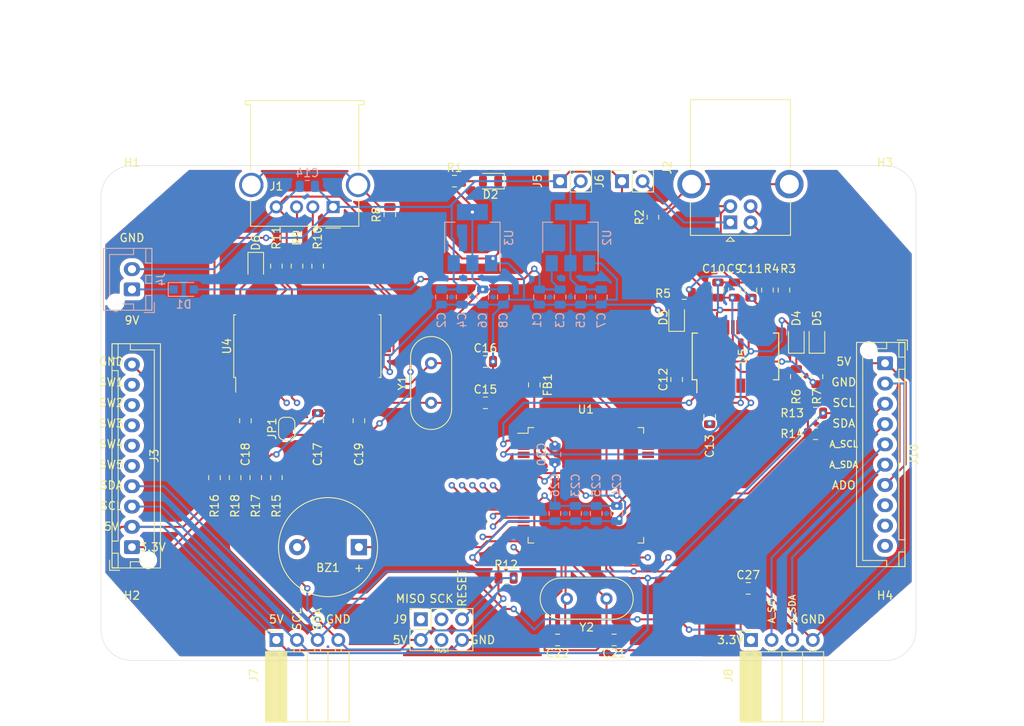
<source format=kicad_pcb>
(kicad_pcb (version 20211014) (generator pcbnew)
  (layers (0 "F.Cu" signal) (1 "In1.Cu" signal) (2 "In2.Cu" signal) (31 "B.Cu" signal) (34 "B.Paste" user) (35 "F.Paste" user) (36 "B.SilkS" user "B.Silkscreen") (37 "F.SilkS" user "F.Silkscreen") (38 "B.Mask" user) (39 "F.Mask" user) (44 "Edge.Cuts" user))
  (net 0 "")
  (net 1 "Net-(U1-Pad97)")
  (net 2 "Net-(U1-Pad96)")
  (net 3 "Net-(U1-Pad95)")
  (net 4 "Net-(U1-Pad94)")
  (net 5 "Net-(U1-Pad93)")
  (net 6 "Net-(U1-Pad92)")
  (net 7 "Net-(U1-Pad91)")
  (net 8 "Net-(U1-Pad90)")
  (net 9 "Net-(U1-Pad89)")
  (net 10 "Net-(U1-Pad88)")
  (net 11 "Net-(U1-Pad87)")
  (net 12 "Net-(U1-Pad86)")
  (net 13 "Net-(U1-Pad85)")
  (net 14 "Net-(U1-Pad84)")
  (net 15 "Net-(U1-Pad83)")
  (net 16 "Net-(U1-Pad82)")
  (net 17 "Net-(U1-Pad79)")
  (net 18 "Net-(U1-Pad78)")
  (net 19 "Net-(U1-Pad77)")
  (net 20 "Net-(U1-Pad76)")
  (net 21 "Net-(U1-Pad75)")
  (net 22 "Net-(U1-Pad74)")
  (net 23 "Net-(U1-Pad73)")
  (net 24 "Net-(U1-Pad72)")
  (net 25 "Net-(U1-Pad71)")
  (net 26 "Net-(U1-Pad70)")
  (net 27 "Net-(U1-Pad69)")
  (net 28 "Net-(U1-Pad68)")
  (net 29 "Net-(U1-Pad67)")
  (net 30 "Net-(U1-Pad66)")
  (net 31 "Net-(U1-Pad65)")
  (net 32 "Net-(U1-Pad64)")
  (net 33 "Net-(U1-Pad63)")
  (net 34 "Net-(U1-Pad60)")
  (net 35 "Net-(U1-Pad59)")
  (net 36 "Net-(U1-Pad58)")
  (net 37 "Net-(U1-Pad57)")
  (net 38 "Net-(U1-Pad56)")
  (net 39 "Net-(U1-Pad55)")
  (net 40 "Net-(U1-Pad54)")
  (net 41 "Net-(U1-Pad53)")
  (net 42 "Net-(U1-Pad52)")
  (net 43 "Net-(U1-Pad51)")
  (net 44 "Net-(U1-Pad50)")
  (net 45 "Net-(U1-Pad49)")
  (net 46 "Net-(U1-Pad48)")
  (net 47 "Net-(U1-Pad47)")
  (net 48 "Net-(U1-Pad42)")
  (net 49 "Net-(U1-Pad41)")
  (net 50 "Net-(U1-Pad40)")
  (net 51 "Net-(U1-Pad39)")
  (net 52 "Net-(U1-Pad38)")
  (net 53 "Net-(U1-Pad37)")
  (net 54 "Net-(U1-Pad36)")
  (net 55 "Net-(U1-Pad35)")
  (net 56 "Net-(U1-Pad29)")
  (net 57 "Net-(U1-Pad28)")
  (net 58 "Net-(U1-Pad27)")
  (net 59 "Net-(U1-Pad25)")
  (net 60 "Net-(U1-Pad24)")
  (net 61 "Net-(U1-Pad23)")
  (net 62 "Net-(U1-Pad14)")
  (net 63 "Net-(U1-Pad13)")
  (net 64 "Net-(U1-Pad12)")
  (net 65 "Net-(U1-Pad9)")
  (net 66 "Net-(U1-Pad8)")
  (net 67 "Net-(U1-Pad7)")
  (net 68 "Net-(U1-Pad6)")
  (net 69 "Net-(U1-Pad5)")
  (net 70 "Net-(U1-Pad4)")
  (net 71 "Net-(U1-Pad1)")
  (net 72 "Net-(J1-Pad5)")
  (net 73 "Net-(J2-Pad5)")
  (net 74 "Net-(J2-Pad1)")
  (net 75 "Net-(U4-Pad27)")
  (net 76 "Net-(U4-Pad26)")
  (net 77 "Net-(U4-Pad25)")
  (net 78 "Net-(U4-Pad22)")
  (net 79 "Net-(U4-Pad21)")
  (net 80 "Net-(U4-Pad20)")
  (net 81 "Net-(U4-Pad19)")
  (net 82 "Net-(U4-Pad18)")
  (net 83 "Net-(U4-Pad17)")
  (net 84 "Net-(U4-Pad16)")
  (net 85 "Net-(U4-Pad15)")
  (net 86 "Net-(U4-Pad8)")
  (net 87 "Net-(U4-Pad7)")
  (net 88 "Net-(U4-Pad4)")
  (net 89 "Net-(U4-Pad3)")
  (net 90 "Net-(U4-Pad1)")
  (net 91 "Net-(U5-Pad28)")
  (net 92 "Net-(U5-Pad27)")
  (net 93 "Net-(U5-Pad14)")
  (net 94 "Net-(U5-Pad13)")
  (net 95 "Net-(U5-Pad12)")
  (net 96 "Net-(U5-Pad11)")
  (net 97 "Net-(U5-Pad10)")
  (net 98 "Net-(U5-Pad9)")
  (net 99 "Net-(U5-Pad6)")
  (net 100 "Net-(U5-Pad3)")
  (net 101 "Net-(D1-Pad1)")
  (net 102 "9V")
  (net 103 "5V")
  (net 104 "Net-(C5-Pad2)")
  (net 105 "3.3V")
  (net 106 "Net-(D2-Pad2)")
  (net 107 "GND_USB")
  (net 108 "D+")
  (net 109 "D-")
  (net 110 "3.3V_out")
  (net 111 "Net-(C13-Pad2)")
  (net 112 "DTR_prg")
  (net 113 "Net-(D3-Pad2)")
  (net 114 "Net-(D4-Pad1)")
  (net 115 "Net-(D5-Pad1)")
  (net 116 "Net-(R3-Pad1)")
  (net 117 "Net-(R4-Pad1)")
  (net 118 "/USB_Programmer/TXD_led")
  (net 119 "/USB_Programmer/RXD_led")
  (net 120 "RXD_prg")
  (net 121 "XI")
  (net 122 "XO")
  (net 123 "Net-(C17-Pad1)")
  (net 124 "Net-(C18-Pad1)")
  (net 125 "Net-(D6-Pad1)")
  (net 126 "Net-(R9-Pad1)")
  (net 127 "Net-(R10-Pad1)")
  (net 128 "Net-(R11-Pad2)")
  (net 129 "RXD_usb")
  (net 130 "USB_D+")
  (net 131 "USB_D-")
  (net 132 "Net-(BZ1-Pad2)")
  (net 133 "Buzzer")
  (net 134 "GND_uC")
  (net 135 "Net-(C20-Pad1)")
  (net 136 "XTAL_1")
  (net 137 "XTAL_2")
  (net 138 "5v_uC")
  (net 139 "3.3v_uC")
  (net 140 "AVCC_uC")
  (net 141 "SW_5")
  (net 142 "SW_4")
  (net 143 "SW_3")
  (net 144 "SW_2")
  (net 145 "SW_1")
  (net 146 "SDA")
  (net 147 "SCL")
  (net 148 "A_SDA")
  (net 149 "A_SCL")
  (net 150 "MOSI")
  (net 151 "SCK")
  (net 152 "MISO")
  (net 153 "Net-(J10-Pad10)")
  (net 154 "Net-(J10-Pad9)")
  (net 155 "Net-(J10-Pad8)")
  (net 156 "RX_0")
  (net 157 "RX_1")
  (footprint "Package_QFP:TQFP-100_14x14mm_P0.5mm" (layer "F.Cu") (at 154.94 90.17)
    (fp_text reference "U1")
    (fp_text value "ATmega2560-16AU")
  )
  (footprint "MountingHole:MountingHole_3.2mm_M3" (layer "F.Cu") (at 99.06 54.61)
    (fp_text reference "H1")
    (fp_text value "MountingHole")
  )
  (footprint "MountingHole:MountingHole_3.2mm_M3" (layer "F.Cu") (at 99.06 107.95)
    (fp_text reference "H2")
    (fp_text value "MountingHole")
  )
  (footprint "MountingHole:MountingHole_3.2mm_M3" (layer "F.Cu") (at 191.77 54.61)
    (fp_text reference "H3")
    (fp_text value "MountingHole")
  )
  (footprint "MountingHole:MountingHole_3.2mm_M3" (layer "F.Cu") (at 191.77 107.95)
    (fp_text reference "H4")
    (fp_text value "MountingHole")
  )
  (footprint "Connector_USB:USB_A_Molex_67643_Horizontal" (layer "F.Cu") (at 123.825 55.88 180)
    (fp_text reference "J1")
    (fp_text value "USB_A")
  )
  (footprint "Connector_USB:USB_B_OST_USB-B1HSxx_Horizontal" (layer "F.Cu") (at 172.72 57.785 90)
    (fp_text reference "J2")
    (fp_text value "USB_B")
  )
  (footprint "Package_SO:SOIC-28W_7.5x17.9mm_P1.27mm" (layer "F.Cu") (at 120.65 73.025 90)
    (fp_text reference "U4")
    (fp_text value "CH376S")
  )
  (footprint "Package_SO:SSOP-28_5.3x10.2mm_P0.65mm" (layer "F.Cu") (at 173.355 74.295 90)
    (fp_text reference "U5")
    (fp_text value "FT232RL")
  )
  (footprint "Connector_JST:JST_XH_B10B-XH-AM_1x10_P2.50mm_Vertical" (layer "F.Cu") (at 99.06 97.79 90)
    (fp_text reference "J3")
    (fp_text value "Conn_01x10")
  )
  (footprint "Connector_PinSocket_2.54mm:PinSocket_1x02_P2.54mm_Vertical" (layer "F.Cu") (at 151.765 52.705 90)
    (fp_text reference "J5")
    (fp_text value "Conn_01x02_Male")
  )
  (footprint "LED_SMD:LED_0805_2012Metric" (layer "F.Cu") (at 143.2075 52.705 180)
    (fp_text reference "D2")
    (fp_text value "LED")
  )
  (footprint "Resistor_SMD:R_0805_2012Metric" (layer "F.Cu") (at 138.7625 52.705)
    (fp_text reference "R1")
    (fp_text value "1k")
  )
  (footprint "Connector_PinSocket_2.54mm:PinSocket_1x02_P2.54mm_Vertical" (layer "F.Cu") (at 159.385 52.705 90)
    (fp_text reference "J6")
    (fp_text value "Conn_01x02_Male")
  )
  (footprint "Resistor_SMD:R_0805_2012Metric" (layer "F.Cu") (at 163.195 57.15 90)
    (fp_text reference "R2")
    (fp_text value "0R")
  )
  (footprint "Capacitor_SMD:C_0805_2012Metric" (layer "F.Cu") (at 173.228 66.1185 -90)
    (fp_text reference "C9")
    (fp_text value "10uf")
  )
  (footprint "Capacitor_SMD:C_0805_2012Metric" (layer "F.Cu") (at 171.196 66.1185 -90)
    (fp_text reference "C10")
    (fp_text value "0.1uf")
  )
  (footprint "Capacitor_SMD:C_0805_2012Metric" (layer "F.Cu") (at 175.26 66.1185 -90)
    (fp_text reference "C11")
    (fp_text value "0.1uf")
  )
  (footprint "Capacitor_SMD:C_0805_2012Metric" (layer "F.Cu") (at 166.116 77.1375 90)
    (fp_text reference "C12")
    (fp_text value "0.1uf")
  )
  (footprint "Capacitor_SMD:C_0805_2012Metric" (layer "F.Cu") (at 170.18 81.7095 90)
    (fp_text reference "C13")
    (fp_text value "0.1uf")
  )
  (footprint "LED_SMD:LED_0805_2012Metric" (layer "F.Cu") (at 166.116 69.5175 90)
    (fp_text reference "D3")
    (fp_text value "LED")
  )
  (footprint "LED_SMD:LED_0805_2012Metric" (layer "F.Cu") (at 180.848 72.2145 90)
    (fp_text reference "D4")
    (fp_text value "LED")
  )
  (footprint "LED_SMD:LED_0805_2012Metric" (layer "F.Cu") (at 183.388 72.2145 90)
    (fp_text reference "D5")
    (fp_text value "LED")
  )
  (footprint "Resistor_SMD:R_0805_2012Metric" (layer "F.Cu") (at 179.324 66.1185 90)
    (fp_text reference "R3")
    (fp_text value "0R")
  )
  (footprint "Resistor_SMD:R_0805_2012Metric" (layer "F.Cu") (at 177.292 66.1185 90)
    (fp_text reference "R4")
    (fp_text value "0R")
  )
  (footprint "Resistor_SMD:R_0805_2012Metric" (layer "F.Cu") (at 167.0535 66.548 180)
    (fp_text reference "R5")
    (fp_text value "1k")
  )
  (footprint "Resistor_SMD:R_0805_2012Metric" (layer "F.Cu") (at 180.848 76.7865 90)
    (fp_text reference "R6")
    (fp_text value "1k")
  )
  (footprint "Resistor_SMD:R_0805_2012Metric" (layer "F.Cu") (at 183.388 76.7865 90)
    (fp_text reference "R7")
    (fp_text value "1k")
  )
  (footprint "Capacitor_SMD:C_0805_2012Metric" (layer "F.Cu") (at 142.5725 80.01)
    (fp_text reference "C15")
    (fp_text value "22pf")
  )
  (footprint "Capacitor_SMD:C_0805_2012Metric" (layer "F.Cu") (at 142.5725 74.93)
    (fp_text reference "C16")
    (fp_text value "22pf")
  )
  (footprint "Capacitor_SMD:C_0805_2012Metric" (layer "F.Cu") (at 121.92 82.2175 90)
    (fp_text reference "C17")
    (fp_text value "10nf")
  )
  (footprint "Capacitor_SMD:C_0805_2012Metric" (layer "F.Cu") (at 113.03 82.2175 -90)
    (fp_text reference "C18")
    (fp_text value "1uf")
  )
  (footprint "Capacitor_SMD:C_0805_2012Metric" (layer "F.Cu") (at 127 82.2175 90)
    (fp_text reference "C19")
    (fp_text value "0.1uf")
  )
  (footprint "LED_SMD:LED_0805_2012Metric" (layer "F.Cu") (at 114.3 63.1675 -90)
    (fp_text reference "D6")
    (fp_text value "LED")
  )
  (footprint "Jumper:SolderJumper-2_P1.3mm_Open_RoundedPad1.0x1.5mm" (layer "F.Cu") (at 118.11 83.2 90)
    (fp_text reference "JP1")
    (fp_text value "SolderJumper_2_Open")
  )
  (footprint "Resistor_SMD:R_0805_2012Metric" (layer "F.Cu") (at 130.81 56.8175 90)
    (fp_text reference "R8")
    (fp_text value "0R")
  )
  (footprint "Resistor_SMD:R_0805_2012Metric" (layer "F.Cu") (at 119.38 63.1675 90)
    (fp_text reference "R9")
    (fp_text value "0R")
  )
  (footprint "Resistor_SMD:R_0805_2012Metric" (layer "F.Cu") (at 121.92 63.1675 90)
    (fp_text reference "R10")
    (fp_text value "0R")
  )
  (footprint "Resistor_SMD:R_0805_2012Metric" (layer "F.Cu") (at 116.84 63.1675 -90)
    (fp_text reference "R11")
    (fp_text value "1k")
  )
  (footprint "Crystal:Crystal_HC49-4H_Vertical" (layer "F.Cu") (at 135.89 80.01 90)
    (fp_text reference "Y1")
    (fp_text value "12MHz")
  )
  (footprint "Buzzer_Beeper:Buzzer_12x9.5RM7.6" (layer "F.Cu") (at 127 97.79 180)
    (fp_text reference "BZ1")
    (fp_text value "Buzzer")
  )
  (footprint "Capacitor_SMD:C_0805_2012Metric" (layer "F.Cu") (at 158.4175 109.22 180)
    (fp_text reference "C21")
    (fp_text value "22pf")
  )
  (footprint "Capacitor_SMD:C_0805_2012Metric" (layer "F.Cu") (at 151.4625 109.22 180)
    (fp_text reference "C22")
    (fp_text value "22pf")
  )
  (footprint "Capacitor_SMD:C_0805_2012Metric" (layer "F.Cu") (at 174.9275 102.87)
    (fp_text reference "C27")
    (fp_text value "0.1uf")
  )
  (footprint "Inductor_SMD:L_0805_2012Metric" (layer "F.Cu") (at 148.59 77.8025 -90)
    (fp_text reference "FB1")
    (fp_text value "Ferrite_Bead_Small")
  )
  (footprint "Connector_PinSocket_2.54mm:PinSocket_1x04_P2.54mm_Horizontal" (layer "F.Cu") (at 116.84 109.22 90)
    (fp_text reference "J7")
    (fp_text value "Conn_01x04")
  )
  (footprint "Connector_PinSocket_2.54mm:PinSocket_1x04_P2.54mm_Horizontal" (layer "F.Cu") (at 175.26 109.22 90)
    (fp_text reference "J8")
    (fp_text value "Conn_01x04")
  )
  (footprint "Connector_PinSocket_2.54mm:PinSocket_2x03_P2.54mm_Vertical" (layer "F.Cu") (at 134.62 106.68 90)
    (fp_text reference "J9")
    (fp_text value "Conn_02x03_Odd_Even")
  )
  (footprint "Connector_JST:JST_XH_B10B-XH-AM_1x10_P2.50mm_Vertical" (layer "F.Cu") (at 191.77 75.13 -90)
    (fp_text reference "J10")
    (fp_text value "Conn_01x10")
  )
  (footprint "Resistor_SMD:R_0805_2012Metric" (layer "F.Cu") (at 145.1125 101.6)
    (fp_text reference "R12")
    (fp_text value "10k")
  )
  (footprint "Resistor_SMD:R_0805_2012Metric" (layer "F.Cu") (at 183.2125 81.28)
    (fp_text reference "R13")
    (fp_text value "4.7k")
  )
  (footprint "Resistor_SMD:R_0805_2012Metric" (layer "F.Cu") (at 183.2125 83.82 180)
    (fp_text reference "R14")
    (fp_text value "4.7k")
  )
  (footprint "Resistor_SMD:R_0805_2012Metric" (layer "F.Cu") (at 116.84 89.2325 90)
    (fp_text reference "R15")
    (fp_text value "100R")
  )
  (footprint "Resistor_SMD:R_0805_2012Metric" (layer "F.Cu") (at 109.22 89.2325 -90)
    (fp_text reference "R16")
    (fp_text value "0R")
  )
  (footprint "Resistor_SMD:R_0805_2012Metric" (layer "F.Cu") (at 114.3 89.2325 90)
    (fp_text reference "R17")
    (fp_text value "0R")
  )
  (footprint "Resistor_SMD:R_0805_2012Metric" (layer "F.Cu") (at 111.76 89.2325 -90)
    (fp_text reference "R18")
    (fp_text value "0R")
  )
  (footprint "Crystal:Crystal_HC49-4H_Vertical" (layer "F.Cu") (at 157.48 104.14 180)
    (fp_text reference "Y2")
    (fp_text value "16MHz")
  )
  (footprint "Package_TO_SOT_SMD:SOT-223-3_TabPin2" (layer "B.Cu") (at 153.035 59.665 90)
    (fp_text reference "U2")
    (fp_text value "AMS1117-5.0")
  )
  (footprint "Package_TO_SOT_SMD:SOT-223-3_TabPin2" (layer "B.Cu") (at 140.97 59.665 90)
    (fp_text reference "U3")
    (fp_text value "AMS1117-3.3")
  )
  (footprint "Capacitor_SMD:C_0805_2012Metric" (layer "B.Cu") (at 149.225 66.9775 -90)
    (fp_text reference "C1")
    (fp_text value "10uf")
  )
  (footprint "Capacitor_SMD:C_0805_2012Metric" (layer "B.Cu") (at 137.16 66.9775 -90)
    (fp_text reference "C2")
    (fp_text value "10uf")
  )
  (footprint "Capacitor_SMD:C_0805_2012Metric" (layer "B.Cu") (at 151.765 66.9775 -90)
    (fp_text reference "C3")
    (fp_text value "0.1uf")
  )
  (footprint "Capacitor_SMD:C_0805_2012Metric" (layer "B.Cu") (at 139.7 66.9775 -90)
    (fp_text reference "C4")
    (fp_text value "0.1uf")
  )
  (footprint "Capacitor_SMD:C_0805_2012Metric" (layer "B.Cu") (at 154.305 66.9775 90)
    (fp_text reference "C5")
    (fp_text value "1uf")
  )
  (footprint "Capacitor_SMD:C_0805_2012Metric" (layer "B.Cu") (at 142.24 66.9775 90)
    (fp_text reference "C6")
    (fp_text value "1uf")
  )
  (footprint "Capacitor_SMD:C_0805_2012Metric" (layer "B.Cu") (at 156.845 66.9775 90)
    (fp_text reference "C7")
    (fp_text value "0.1uf")
  )
  (footprint "Capacitor_SMD:C_0805_2012Metric" (layer "B.Cu") (at 144.78 66.9775 90)
    (fp_text reference "C8")
    (fp_text value "0.1uf")
  )
  (footprint "Diode_SMD:D_SOD-323_HandSoldering" (layer "B.Cu") (at 105.43 66.04)
    (fp_text reference "D1")
    (fp_text value "DIODE")
  )
  (footprint "Connector_JST:JST_XH_B2B-XH-AM_1x02_P2.50mm_Vertical" (layer "B.Cu") (at 99.06 66.04 90)
    (fp_text reference "J4")
    (fp_text value "Conn_01x02")
  )
  (footprint "Capacitor_SMD:C_0805_2012Metric" (layer "B.Cu") (at 120.65 53.34 180)
    (fp_text reference "C14")
    (fp_text value "10uf")
  )
  (footprint "Capacitor_SMD:C_0805_2012Metric" (layer "B.Cu") (at 151.13 86.36 -90)
    (fp_text reference "C20")
    (fp_text value "0.1uf")
  )
  (footprint "Capacitor_SMD:C_0805_2012Metric" (layer "B.Cu") (at 153.67 93.6475 90)
    (fp_text reference "C23")
    (fp_text value "0.1uf")
  )
  (footprint "Capacitor_SMD:C_0805_2012Metric" (layer "B.Cu") (at 158.75 93.6475 90)
    (fp_text reference "C24")
    (fp_text value "10uf")
  )
  (footprint "Capacitor_SMD:C_0805_2012Metric" (layer "B.Cu") (at 156.21 93.6475 90)
    (fp_text reference "C25")
    (fp_text value "0.01uf")
  )
  (footprint "Capacitor_SMD:C_0805_2012Metric" (layer "B.Cu") (at 151.13 93.6475 90)
    (fp_text reference "C26")
    (fp_text value "1uf")
  )
  (gr_line (start 99.06 50.8) (end 191.77 50.8) (layer "Edge.Cuts") (width 0.05))
  (gr_line (start 195.58 54.61) (end 195.58 107.95) (layer "Edge.Cuts") (width 0.05))
  (gr_line (start 191.77 111.76) (end 99.06 111.76) (layer "Edge.Cuts") (width 0.05))
  (gr_line (start 95.25 107.95) (end 95.25 54.61) (layer "Edge.Cuts") (width 0.05))
  (gr_arc (start 95.25 54.61) (mid 96.365923 51.915923) (end 99.06 50.8) (layer "Edge.Cuts") (width 0.05))
  (gr_arc (start 195.58 107.95) (mid 194.464077 110.644077) (end 191.77 111.76) (layer "Edge.Cuts") (width 0.05))
  (gr_arc (start 99.06 111.76) (mid 96.365923 110.644077) (end 95.25 107.95) (layer "Edge.Cuts") (width 0.05))
  (gr_arc (start 191.77 50.8) (mid 194.464077 51.915923) (end 195.58 54.61) (layer "Edge.Cuts") (width 0.05))
  (gr_text "GND" (at 142.24 109.22) (layer "F.SilkS") (effects (font (size 1 1))))
  (gr_text "SDA" (at 121.92 106.68 90) (layer "F.SilkS") (effects (font (size 1 1))))
  (gr_text "3.3V" (at 101.6 97.79) (layer "F.SilkS") (effects (font (size 1 1))))
  (gr_text "A_SCL" (at 186.69 85.09) (layer "F.SilkS") (effects (font (size 0.8 0.8))))
  (gr_text "SCL" (at 96.52 92.71) (layer "F.SilkS") (effects (font (size 1 1))))
  (gr_text "SDA" (at 186.69 82.55) (layer "F.SilkS") (effects (font (size 1 1))))
  (gr_text "5V" (at 116.84 106.68) (layer "F.SilkS") (effects (font (size 1 1))))
  (gr_text "GND" (at 99.06 59.69) (layer "F.SilkS") (effects (font (size 1 1))))
  (gr_text "SW3" (at 96.52 82.55) (layer "F.SilkS") (effects (font (size 1 1))))
  (gr_text "SCL" (at 119.38 106.68 90) (layer "F.SilkS") (effects (font (size 1 1))))
  (gr_text "A_SDA" (at 180.34 105.41 90) (layer "F.SilkS") (effects (font (size 0.8 0.8))))
  (gr_text "5V" (at 96.52 95.25) (layer "F.SilkS") (effects (font (size 1 1))))
  (gr_text "9V" (at 99.06 69.85) (layer "F.SilkS") (effects (font (size 1 1))))
  (gr_text "5V" (at 132.08 109.22) (layer "F.SilkS") (effects (font (size 1 1))))
  (gr_text "GND" (at 96.52 74.93) (layer "F.SilkS") (effects (font (size 1 1))))
  (gr_text "A_SCL" (at 177.8 105.41 90) (layer "F.SilkS") (effects (font (size 0.8 0.8))))
  (gr_text "3.3V" (at 172.72 109.22) (layer "F.SilkS") (effects (font (size 1 1))))
  (gr_text "ADO" (at 186.69 90.17) (layer "F.SilkS") (effects (font (size 1 1))))
  (gr_text "SW4" (at 96.52 85.09) (layer "F.SilkS") (effects (font (size 1 1))))
  (gr_text "RESET" (at 139.7 102.87 90) (layer "F.SilkS") (effects (font (size 1 1))))
  (gr_text "MOSI" (at 137.16 110.49) (layer "F.SilkS") (effects (font (size 0.5 0.5) (thickness 0.1))))
  (gr_text "SW2" (at 96.52 80.01) (layer "F.SilkS") (effects (font (size 1 1))))
  (gr_text "SW1" (at 96.52 77.47) (layer "F.SilkS") (effects (font (size 1 1))))
  (gr_text "SDA" (at 96.52 90.17) (layer "F.SilkS") (effects (font (size 1 1))))
  (gr_text "MISO" (at 133.35 104.14) (layer "F.SilkS") (effects (font (size 1 1))))
  (gr_text "GND" (at 186.69 77.47) (layer "F.SilkS") (effects (font (size 1 1))))
  (gr_text "5V" (at 186.69 74.93) (layer "F.SilkS") (effects (font (size 1 1))))
  (gr_text "SCL" (at 186.69 80.01) (layer "F.SilkS") (effects (font (size 1 1))))
  (gr_text "SW5" (at 96.52 87.63) (layer "F.SilkS") (effects (font (size 1 1))))
  (gr_text "A_SDA" (at 186.69 87.63) (layer "F.SilkS") (effects (font (size 0.8 0.8))))
  (gr_text "GND" (at 182.88 106.68) (layer "F.SilkS") (effects (font (size 1 1))))
  (gr_text "GND" (at 124.46 106.68) (layer "F.SilkS") (effects (font (size 1 1))))
  (gr_text "SCK" (at 137.16 104.14) (layer "F.SilkS") (effects (font (size 1 1))))
  (segment (start 130.81 55.88) (end 129.605 55.88) (width 0.25) (layer "F.Cu") (net 72))
  (segment (start 129.605 55.88) (end 126.895 53.17) (width 0.25) (layer "F.Cu") (net 72))
  (segment (start 115.254999 51.670001) (end 125.395001 51.670001) (width 0.25) (layer "B.Cu") (net 72))
  (segment (start 113.755 53.17) (end 115.254999 51.670001) (width 0.25) (layer "B.Cu") (net 72))
  (segment (start 125.395001 51.670001) (end 126.895 53.17) (width 0.25) (layer "B.Cu") (net 72))
  (segment (start 167.95 53.075) (end 179.99 53.075) (width 0.25) (layer "F.Cu") (net 73))
  (segment (start 163.195 56.2125) (end 164.8125 56.2125) (width 0.25) (layer "F.Cu") (net 73))
  (segment (start 164.8125 56.2125) (end 167.95 53.075) (width 0.25) (layer "F.Cu") (net 73))
  (segment (start 167.005 57.785) (end 172.72 57.785) (width 0.25) (layer "B.Cu") (net 74))
  (segment (start 161.925 52.705) (end 167.005 57.785) (width 0.25) (layer "B.Cu") (net 74))
  (segment (start 99.06 66.04) (end 104.18 66.04) (width 0.25) (layer "B.Cu") (net 101))
  (segment (start 147.32 64.77) (end 148.59 63.5) (width 0.25) (layer "F.Cu") (net 102))
  (segment (start 134.62 64.77) (end 147.32 64.77) (width 0.25) (layer "F.Cu") (net 102))
  (via (at 134.62 64.77) (size 0.8) (drill 0.4) (layers "F.Cu" "B.Cu") (net 102))
  (via (at 148.59 63.5) (size 0.8) (drill 0.4) (layers "F.Cu" "B.Cu") (net 102))
  (segment (start 134.62 64.77) (end 134.62 64.77) (width 0.25) (layer "B.Cu") (net 102))
  (segment (start 148.59 63.5) (end 148.59 63.5) (width 0.25) (layer "B.Cu") (net 102))
  (segment (start 149.225 66.04) (end 149.225 65.405) (width 0.25) (layer "B.Cu") (net 102))
  (segment (start 150.735 62.815) (end 150.735 65.01) (width 0.25) (layer "B.Cu") (net 102))
  (segment (start 149.225 65.405) (end 149.225 64.135) (width 0.25) (layer "B.Cu") (net 102))
  (segment (start 151.765 66.04) (end 149.225 66.04) (width 0.25) (layer "B.Cu") (net 102))
  (segment (start 150.735 65.01) (end 151.765 66.04) (width 0.25) (layer "B.Cu") (net 102))
  (segment (start 149.225 64.135) (end 148.59 63.5) (width 0.25) (layer "B.Cu") (net 102))
  (segment (start 133.35 66.04) (end 134.62 64.77) (width 0.25) (layer "B.Cu") (net 102))
  (segment (start 106.68 66.04) (end 133.35 66.04) (width 0.25) (layer "B.Cu") (net 102))
  (segment (start 173.99 80.01) (end 173.99 80.01) (width 0.25) (layer "F.Cu") (net 103))
  (segment (start 172.974 67.056) (end 173.228 67.056) (width 0.25) (layer "F.Cu") (net 103))
  (segment (start 115.57 59.69) (end 115.57 59.69) (width 0.25) (layer "F.Cu") (net 103))
  (segment (start 109.936002 59.69) (end 110.49 59.69) (width 0.25) (layer "F.Cu") (net 103))
  (segment (start 180.848 71.277) (end 183.388 71.277) (width 0.25) (layer "F.Cu") (net 103))
  (segment (start 171.08 78.930002) (end 172.159998 80.01) (width 0.25) (layer "F.Cu") (net 103))
  (segment (start 159.385 55.945) (end 159.385 52.705) (width 0.25) (layer "F.Cu") (net 103))
  (segment (start 171.196 67.056) (end 170.496 67.056) (width 0.25) (layer "F.Cu") (net 103))
  (segment (start 159.385 52.705) (end 158.209999 51.529999) (width 0.25) (layer "F.Cu") (net 103))
  (segment (start 152.940001 51.529999) (end 151.765 52.705) (width 0.25) (layer "F.Cu") (net 103))
  (segment (start 174.33 70.695) (end 174.98 70.695) (width 0.25) (layer "F.Cu") (net 103))
  (segment (start 166.116 78.075) (end 167.64 76.551) (width 0.25) (layer "F.Cu") (net 103))
  (segment (start 109.22 60.406002) (end 109.936002 59.69) (width 0.25) (layer "F.Cu") (net 103))
  (segment (start 158.209999 51.529999) (end 152.940001 51.529999) (width 0.25) (layer "F.Cu") (net 103))
  (segment (start 174.98 73.38) (end 175.26 73.66) (width 0.25) (layer "F.Cu") (net 103))
  (segment (start 170.496 67.056) (end 159.385 55.945) (width 0.25) (layer "F.Cu") (net 103))
  (segment (start 171.08 77.895) (end 171.08 78.930002) (width 0.25) (layer "F.Cu") (net 103))
  (segment (start 171.196 67.056) (end 172.974 67.056) (width 0.25) (layer "F.Cu") (net 103))
  (segment (start 171.08 76.77) (end 171.08 77.895) (width 0.25) (layer "F.Cu") (net 103))
  (segment (start 170.861 76.551) (end 171.08 76.77) (width 0.25) (layer "F.Cu") (net 103))
  (segment (start 109.22 88.295) (end 109.22 60.406002) (width 0.25) (layer "F.Cu") (net 103))
  (segment (start 174.98 70.695) (end 174.98 73.38) (width 0.25) (layer "F.Cu") (net 103))
  (segment (start 110.49 59.69) (end 115.57 59.69) (width 0.25) (layer "F.Cu") (net 103))
  (segment (start 172.159998 80.01) (end 173.99 80.01) (width 0.25) (layer "F.Cu") (net 103))
  (segment (start 179.07 69.85) (end 179.421 69.85) (width 0.25) (layer "F.Cu") (net 103))
  (segment (start 167.64 76.551) (end 170.861 76.551) (width 0.25) (layer "F.Cu") (net 103))
  (segment (start 179.421 69.85) (end 180.848 71.277) (width 0.25) (layer "F.Cu") (net 103))
  (via (at 179.07 69.85) (size 0.8) (drill 0.4) (layers "F.Cu" "B.Cu") (net 103))
  (via (at 175.26 73.66) (size 0.8) (drill 0.4) (layers "F.Cu" "B.Cu") (net 103))
  (via (at 172.974 67.056) (size 0.8) (drill 0.4) (layers "F.Cu" "B.Cu") (net 103))
  (via (at 115.57 59.69) (size 0.8) (drill 0.4) (layers "F.Cu" "B.Cu") (net 103))
  (via (at 173.99 80.01) (size 0.8) (drill 0.4) (layers "F.Cu" "B.Cu") (net 103))
  (segment (start 175.26 73.66) (end 175.26 73.66) (width 0.25) (layer "B.Cu") (net 103))
  (segment (start 179.07 69.85) (end 179.07 69.85) (width 0.25) (layer "B.Cu") (net 103))
  (segment (start 138.67 62.815) (end 138.67 59.93) (width 0.25) (layer "B.Cu") (net 103))
  (segment (start 123.825 55.5775) (end 123.825 55.88) (width 0.25) (layer "B.Cu") (net 103))
  (segment (start 138.43 55.569998) (end 141.294998 52.705) (width 0.25) (layer "B.Cu") (net 103))
  (segment (start 138.119998 55.88) (end 138.43 55.569998) (width 0.25) (layer "B.Cu") (net 103))
  (segment (start 123.825 55.88) (end 138.119998 55.88) (width 0.25) (layer "B.Cu") (net 103))
  (segment (start 173.99 74.93) (end 175.26 73.66) (width 0.25) (layer "B.Cu") (net 103))
  (segment (start 138.67 65.01) (end 139.7 66.04) (width 0.25) (layer "B.Cu") (net 103))
  (segment (start 139.7 66.04) (end 137.16 66.04) (width 0.25) (layer "B.Cu") (net 103))
  (segment (start 175.26 73.66) (end 177.8 73.66) (width 0.25) (layer "B.Cu") (net 103))
  (segment (start 138.67 59.93) (end 138.43 59.69) (width 0.25) (layer "B.Cu") (net 103))
  (segment (start 179.07 72.39) (end 179.07 69.85) (width 0.25) (layer "B.Cu") (net 103))
  (segment (start 173.99 80.01) (end 173.99 74.93) (width 0.25) (layer "B.Cu") (net 103))
  (segment (start 138.67 62.815) (end 138.67 65.01) (width 0.25) (layer "B.Cu") (net 103))
  (segment (start 141.294998 52.705) (end 151.765 52.705) (width 0.25) (layer "B.Cu") (net 103))
  (segment (start 115.57 59.69) (end 120.015 59.69) (width 0.25) (layer "B.Cu") (net 103))
  (segment (start 120.015 59.69) (end 123.825 55.88) (width 0.25) (layer "B.Cu") (net 103))
  (segment (start 172.974 71.374) (end 175.26 73.66) (width 0.25) (layer "B.Cu") (net 103))
  (segment (start 172.974 67.056) (end 172.974 71.374) (width 0.25) (layer "B.Cu") (net 103))
  (segment (start 177.8 73.66) (end 179.07 72.39) (width 0.25) (layer "B.Cu") (net 103))
  (segment (start 138.43 59.69) (end 138.43 55.569998) (width 0.25) (layer "B.Cu") (net 103))
  (segment (start 121.5875 53.34) (end 123.825 55.5775) (width 0.25) (layer "B.Cu") (net 103))
  (segment (start 153.035 62.815) (end 153.035 64.77) (width 0.25) (layer "B.Cu") (net 104))
  (segment (start 153.035 64.77) (end 154.305 66.04) (width 0.25) (layer "B.Cu") (net 104))
  (segment (start 153.035 62.815) (end 153.035 56.515) (width 0.25) (layer "B.Cu") (net 104))
  (segment (start 153.035 53.975) (end 154.305 52.705) (width 0.25) (layer "B.Cu") (net 104))
  (segment (start 154.305 66.04) (end 156.845 66.04) (width 0.25) (layer "B.Cu") (net 104))
  (segment (start 153.035 56.515) (end 153.035 53.975) (width 0.25) (layer "B.Cu") (net 104))
  (segment (start 133.35 76.2) (end 133.35 76.2) (width 0.25) (layer "F.Cu") (net 105))
  (segment (start 140.97 55.85) (end 140.97 56.515) (width 0.25) (layer "F.Cu") (net 105))
  (segment (start 118.11 83.85) (end 113.725 83.85) (width 0.25) (layer "F.Cu") (net 105))
  (segment (start 113.03 83.155) (end 110.49 80.615) (width 0.25) (layer "F.Cu") (net 105))
  (segment (start 112.395 66.01) (end 112.395 68.375) (width 0.25) (layer "F.Cu") (net 105))
  (segment (start 128.935 83.155) (end 129.54 82.55) (width 0.25) (layer "F.Cu") (net 105))
  (segment (start 118.22751 83.96751) (end 118.11 83.85) (width 0.25) (layer "F.Cu") (net 105))
  (segment (start 127 83.155) (end 126.18749 83.96751) (width 0.25) (layer "F.Cu") (net 105))
  (segment (start 127 83.155) (end 128.935 83.155) (width 0.25) (layer "F.Cu") (net 105))
  (segment (start 110.49 70.28) (end 112.395 68.375) (width 0.25) (layer "F.Cu") (net 105))
  (segment (start 114.3 64.105) (end 112.395 66.01) (width 0.25) (layer "F.Cu") (net 105))
  (segment (start 126.18749 83.96751) (end 118.22751 83.96751) (width 0.25) (layer "F.Cu") (net 105))
  (segment (start 113.725 83.85) (end 113.725 86.33) (width 0.25) (layer "F.Cu") (net 105))
  (segment (start 110.49 80.615) (end 110.49 70.28) (width 0.25) (layer "F.Cu") (net 105))
  (segment (start 113.725 83.85) (end 113.03 83.155) (width 0.25) (layer "F.Cu") (net 105))
  (segment (start 133.35 74.93) (end 133.35 76.2) (width 0.25) (layer "F.Cu") (net 105))
  (segment (start 137.825 52.705) (end 140.97 55.85) (width 0.25) (layer "F.Cu") (net 105))
  (segment (start 142.24 66.04) (end 133.35 74.93) (width 0.25) (layer "F.Cu") (net 105))
  (segment (start 113.725 86.33) (end 111.76 88.295) (width 0.25) (layer "F.Cu") (net 105))
  (via (at 140.97 56.515) (size 0.8) (drill 0.4) (layers "F.Cu" "B.Cu") (net 105))
  (via (at 133.35 76.2) (size 0.8) (drill 0.4) (layers "F.Cu" "B.Cu") (net 105))
  (via (at 129.54 82.55) (size 0.8) (drill 0.4) (layers "F.Cu" "B.Cu") (net 105))
  (via (at 142.24 66.04) (size 0.8) (drill 0.4) (layers "F.Cu" "B.Cu") (net 105))
  (segment (start 142.24 66.04) (end 142.24 66.04) (width 0.25) (layer "B.Cu") (net 105))
  (segment (start 129.54 82.55) (end 129.54 82.55) (width 0.25) (layer "B.Cu") (net 105))
  (segment (start 142.24 66.04) (end 144.78 66.04) (width 0.25) (layer "B.Cu") (net 105))
  (segment (start 140.97 62.815) (end 140.97 64.77) (width 0.25) (layer "B.Cu") (net 105))
  (segment (start 140.97 62.815) (end 140.97 56.515) (width 0.25) (layer "B.Cu") (net 105))
  (segment (start 140.97 64.77) (end 142.24 66.04) (width 0.25) (layer "B.Cu") (net 105))
  (segment (start 133.35 78.74) (end 129.54 82.55) (width 0.25) (layer "B.Cu") (net 105))
  (segment (start 133.35 76.2) (end 133.35 78.74) (width 0.25) (layer "B.Cu") (net 105))
  (segment (start 139.7 52.705) (end 142.27 52.705) (width 0.25) (layer "F.Cu") (net 106))
  (segment (start 171.45 68.58) (end 174.550002 68.58) (width 0.25) (layer "F.Cu") (net 107))
  (segment (start 171.196 65.181) (end 171.196 65.181) (width 0.25) (layer "F.Cu") (net 107))
  (segment (start 130.81 76.2) (end 130.81 76.2) (width 0.25) (layer "F.Cu") (net 107))
  (segment (start 143.51 74.93) (end 143.51 80.01) (width 0.25) (layer "F.Cu") (net 107))
  (segment (start 121.92 81.28) (end 127 81.28) (width 0.25) (layer "F.Cu") (net 107))
  (segment (start 135.225 57.755) (end 139.7 62.23) (width 0.25) (layer "F.Cu") (net 107))
  (segment (start 118.095 54.61) (end 116.825 55.88) (width 0.25) (layer "F.Cu") (net 107))
  (segment (start 166.116 70.455) (end 166.116 76.2) (width 0.25) (layer "F.Cu") (net 107))
  (segment (start 139.7 62.23) (end 143.51 62.23) (width 0.25) (layer "F.Cu") (net 107))
  (segment (start 171.544999 56.674999) (end 171.544999 63.497999) (width 0.25) (layer "F.Cu") (net 107))
  (segment (start 129.54 74.93) (end 130.81 76.2) (width 0.25) (layer "F.Cu") (net 107))
  (segment (start 172.72 55.785) (end 172.434998 55.785) (width 0.25) (layer "F.Cu") (net 107))
  (segment (start 126.365 77.675) (end 126.365 80.645) (width 0.25) (layer "F.Cu") (net 107))
  (segment (start 165.87641 55.785) (end 163.57391 58.0875) (width 0.25) (layer "F.Cu") (net 107))
  (segment (start 172.434998 55.785) (end 171.544999 56.674999) (width 0.25) (layer "F.Cu") (net 107))
  (segment (start 172.72 55.785) (end 165.87641 55.785) (width 0.25) (layer "F.Cu") (net 107))
  (segment (start 118.745 68.375) (end 118.745 66.03859) (width 0.25) (layer "F.Cu") (net 107))
  (segment (start 124.690002 54.61) (end 118.095 54.61) (width 0.25) (layer "F.Cu") (net 107))
  (segment (start 126.365 77.675) (end 126.365 76.65) (width 0.25) (layer "F.Cu") (net 107))
  (segment (start 143.51 74.93) (end 143.51 74.93) (width 0.25) (layer "F.Cu") (net 107))
  (segment (start 126.365 80.645) (end 127 81.28) (width 0.25) (layer "F.Cu") (net 107))
  (segment (start 167.386 74.93) (end 171.100002 74.93) (width 0.25) (layer "F.Cu") (net 107))
  (segment (start 144.145 61.595) (end 143.51 62.23) (width 0.25) (layer "F.Cu") (net 107))
  (segment (start 174.550002 68.58) (end 175.63 69.659998) (width 0.25) (layer "F.Cu") (net 107))
  (segment (start 171.08 70.695) (end 171.08 68.95) (width 0.25) (layer "F.Cu") (net 107))
  (segment (start 121.92 81.28) (end 121.92 81.28) (width 0.25) (layer "F.Cu") (net 107))
  (segment (start 173.68 70.695) (end 173.68 69.450002) (width 0.25) (layer "F.Cu") (net 107))
  (segment (start 118.11 65.40359) (end 118.11 57.165) (width 0.25) (layer "F.Cu") (net 107))
  (segment (start 171.45 68.58) (end 171.45 68.58) (width 0.25) (layer "F.Cu") (net 107))
  (segment (start 127.605 57.755) (end 127.605 57.524998) (width 0.25) (layer "F.Cu") (net 107))
  (segment (start 127.605 57.524998) (end 124.690002 54.61) (width 0.25) (layer "F.Cu") (net 107))
  (segment (start 171.544999 63.497999) (end 173.228 65.181) (width 0.25) (layer "F.Cu") (net 107))
  (segment (start 163.57391 58.0875) (end 163.195 58.0875) (width 0.25) (layer "F.Cu") (net 107))
  (segment (start 171.100002 74.93) (end 172.930001 76.759999) (width 0.25) (layer "F.Cu") (net 107))
  (segment (start 173.228 65.181) (end 171.196 65.181) (width 0.25) (layer "F.Cu") (net 107))
  (segment (start 164.241 68.58) (end 163.83 68.58) (width 0.25) (layer "F.Cu") (net 107))
  (segment (start 172.930001 77.795001) (end 173.03 77.895) (width 0.25) (layer "F.Cu") (net 107))
  (segment (start 166.116 70.455) (end 167.991 68.58) (width 0.25) (layer "F.Cu") (net 107))
  (segment (start 172.930001 76.759999) (end 172.930001 77.795001) (width 0.25) (layer "F.Cu") (net 107))
  (segment (start 130.81 57.755) (end 127.605 57.755) (width 0.25) (layer "F.Cu") (net 107))
  (segment (start 118.745 66.03859) (end 118.11 65.40359) (width 0.25) (layer "F.Cu") (net 107))
  (segment (start 166.116 70.455) (end 164.241 68.58) (width 0.25) (layer "F.Cu") (net 107))
  (segment (start 144.145 52.705) (end 144.145 61.595) (width 0.25) (layer "F.Cu") (net 107))
  (segment (start 116.235 86.36) (end 116.84 86.36) (width 0.25) (layer "F.Cu") (net 107))
  (segment (start 128.085 74.93) (end 129.54 74.93) (width 0.25) (layer "F.Cu") (net 107))
  (segment (start 166.116 76.2) (end 167.386 74.93) (width 0.25) (layer "F.Cu") (net 107))
  (segment (start 167.991 68.58) (end 174.550002 68.58) (width 0.25) (layer "F.Cu") (net 107))
  (segment (start 126.365 76.65) (end 128.085 74.93) (width 0.25) (layer "F.Cu") (net 107))
  (segment (start 173.228 65.181) (end 175.26 65.181) (width 0.25) (layer "F.Cu") (net 107))
  (segment (start 114.3 88.295) (end 116.235 86.36) (width 0.25) (layer "F.Cu") (net 107))
  (segment (start 118.11 57.165) (end 116.825 55.88) (width 0.25) (layer "F.Cu") (net 107))
  (segment (start 171.08 68.95) (end 171.45 68.58) (width 0.25) (layer "F.Cu") (net 107))
  (segment (start 175.63 69.659998) (end 175.63 70.695) (width 0.25) (layer "F.Cu") (net 107))
  (segment (start 130.81 57.755) (end 135.225 57.755) (width 0.25) (layer "F.Cu") (net 107))
  (segment (start 170.43 70.695) (end 171.08 70.695) (width 0.25) (layer "F.Cu") (net 107))
  (segment (start 173.68 69.450002) (end 174.550002 68.58) (width 0.25) (layer "F.Cu") (net 107))
  (via (at 116.84 86.36) (size 0.8) (drill 0.4) (layers "F.Cu" "B.Cu") (net 107))
  (via (at 143.51 74.93) (size 0.8) (drill 0.4) (layers "F.Cu" "B.Cu") (net 107))
  (via (at 171.196 65.181) (size 0.8) (drill 0.4) (layers "F.Cu" "B.Cu") (net 107))
  (via (at 121.92 81.28) (size 0.8) (drill 0.4) (layers "F.Cu" "B.Cu") (net 107))
  (via (at 130.81 76.2) (size 0.8) (drill 0.4) (layers "F.Cu" "B.Cu") (net 107))
  (via (at 163.83 68.58) (size 0.8) (drill 0.4) (layers "F.Cu" "B.Cu") (net 107))
  (via (at 143.51 62.23) (size 0.8) (drill 0.4) (layers "F.Cu" "B.Cu") (net 107))
  (via (at 171.45 68.58) (size 0.8) (drill 0.4) (layers "F.Cu" "B.Cu") (net 107))
  (segment (start 163.83 68.58) (end 163.83 68.58) (width 0.25) (layer "B.Cu") (net 107))
  (segment (start 145.365 62.815) (end 147.32 64.77) (width 0.25) (layer "B.Cu") (net 107))
  (segment (start 144.78 67.915) (end 142.24 67.915) (width 0.25) (layer "B.Cu") (net 107))
  (segment (start 147.32 64.77) (end 147.32 67.31) (width 0.25) (layer "B.Cu") (net 107))
  (segment (start 158.75 67.31) (end 157.45 67.31) (width 0.25) (layer "B.Cu") (net 107))
  (segment (start 145.385 67.31) (end 144.78 67.915) (width 0.25) (layer "B.Cu") (net 107))
  (segment (start 117.565001 85.634999) (end 116.84 86.36) (width 0.25) (layer "B.Cu") (net 107))
  (segment (start 143.51 69.185) (end 144.78 67.915) (width 0.25) (layer "B.Cu") (net 107))
  (segment (start 149.225 67.915) (end 151.765 67.915) (width 0.25) (layer "B.Cu") (net 107))
  (segment (start 148.62 67.31) (end 149.225 67.915) (width 0.25) (layer "B.Cu") (net 107))
  (segment (start 130.81 74.265) (end 137.16 67.915) (width 0.25) (layer "B.Cu") (net 107))
  (segment (start 139.7 67.915) (end 137.16 67.915) (width 0.25) (layer "B.Cu") (net 107))
  (segment (start 171.196 65.181) (end 171.196 68.326) (width 0.25) (layer "B.Cu") (net 107))
  (segment (start 158.75 64.77) (end 158.75 67.31) (width 0.25) (layer "B.Cu") (net 107))
  (segment (start 147.32 67.31) (end 148.62 67.31) (width 0.25) (layer "B.Cu") (net 107))
  (segment (start 143.27 62.815) (end 145.365 62.815) (width 0.25) (layer "B.Cu") (net 107))
  (segment (start 157.45 67.31) (end 156.845 67.915) (width 0.25) (layer "B.Cu") (net 107))
  (segment (start 156.795 62.815) (end 158.75 64.77) (width 0.25) (layer "B.Cu") (net 107))
  (segment (start 171.196 68.326) (end 171.45 68.58) (width 0.25) (layer "B.Cu") (net 107))
  (segment (start 121.92 81.28) (end 117.565001 85.634999) (width 0.25) (layer "B.Cu") (net 107))
  (segment (start 143.51 74.93) (end 143.51 69.185) (width 0.25) (layer "B.Cu") (net 107))
  (segment (start 109.165 63.54) (end 116.825 55.88) (width 0.25) (layer "B.Cu") (net 107))
  (segment (start 151.765 67.915) (end 154.305 67.915) (width 0.25) (layer "B.Cu") (net 107))
  (segment (start 130.81 76.2) (end 130.81 74.265) (width 0.25) (layer "B.Cu") (net 107))
  (segment (start 163.165 67.915) (end 163.83 68.58) (width 0.25) (layer "B.Cu") (net 107))
  (segment (start 99.06 63.54) (end 109.165 63.54) (width 0.25) (layer "B.Cu") (net 107))
  (segment (start 154.305 67.915) (end 156.845 67.915) (width 0.25) (layer "B.Cu") (net 107))
  (segment (start 156.845 67.915) (end 163.165 67.915) (width 0.25) (layer "B.Cu") (net 107))
  (segment (start 117.1725 55.88) (end 116.825 55.88) (width 0.25) (layer "B.Cu") (net 107))
  (segment (start 142.24 67.915) (end 139.7 67.915) (width 0.25) (layer "B.Cu") (net 107))
  (segment (start 147.32 67.31) (end 145.385 67.31) (width 0.25) (layer "B.Cu") (net 107))
  (segment (start 119.7125 53.34) (end 117.1725 55.88) (width 0.25) (layer "B.Cu") (net 107))
  (segment (start 155.335 62.815) (end 156.795 62.815) (width 0.25) (layer "B.Cu") (net 107))
  (segment (start 179.324 59.889) (end 175.22 55.785) (width 0.25) (layer "F.Cu") (net 108))
  (segment (start 179.324 65.181) (end 179.324 59.889) (width 0.25) (layer "F.Cu") (net 108))
  (segment (start 177.292 65.181) (end 177.292 59.857) (width 0.25) (layer "F.Cu") (net 109))
  (segment (start 177.292 59.857) (end 175.22 57.785) (width 0.25) (layer "F.Cu") (net 109))
  (segment (start 175.387 67.183) (end 176.28 68.076) (width 0.25) (layer "F.Cu") (net 110))
  (segment (start 175.26 67.056) (end 175.387 67.183) (width 0.25) (layer "F.Cu") (net 110))
  (segment (start 176.28 68.076) (end 176.28 70.695) (width 0.25) (layer "F.Cu") (net 110))
  (via (at 175.387 67.183) (size 0.8) (drill 0.4) (layers "F.Cu" "B.Cu") (net 110))
  (via (at 167.64 66.04) (size 0.8) (drill 0.4) (layers "F.Cu" "B.Cu") (net 110))
  (segment (start 169.224001 64.455999) (end 167.64 66.04) (width 0.25) (layer "B.Cu") (net 110))
  (segment (start 175.387 67.183) (end 172.659999 64.455999) (width 0.25) (layer "B.Cu") (net 110))
  (segment (start 172.659999 64.455999) (end 169.224001 64.455999) (width 0.25) (layer "B.Cu") (net 110))
  (segment (start 169.78 80.372) (end 170.18 80.772) (width 0.25) (layer "F.Cu") (net 111))
  (segment (start 169.78 77.895) (end 169.78 80.372) (width 0.25) (layer "F.Cu") (net 111))
  (segment (start 146.05 97.79) (end 146.05 97.79) (width 0.25) (layer "F.Cu") (net 112))
  (segment (start 170.18 82.647) (end 170.18 82.55) (width 0.25) (layer "F.Cu") (net 112))
  (segment (start 150.94 98.635702) (end 150.515702 99.06) (width 0.25) (layer "F.Cu") (net 112))
  (segment (start 150.515702 99.06) (end 147.32 99.06) (width 0.25) (layer "F.Cu") (net 112))
  (segment (start 150.94 97.8325) (end 150.94 98.635702) (width 0.25) (layer "F.Cu") (net 112))
  (segment (start 147.32 99.06) (end 146.05 97.79) (width 0.25) (layer "F.Cu") (net 112))
  (via (at 170.18 82.55) (size 0.8) (drill 0.4) (layers "F.Cu" "B.Cu") (net 112))
  (via (at 146.05 101.6) (size 0.8) (drill 0.4) (layers "F.Cu" "B.Cu") (net 112))
  (via (at 146.05 97.79) (size 0.8) (drill 0.4) (layers "F.Cu" "B.Cu") (net 112))
  (segment (start 146.05 101.6) (end 144.78 101.6) (width 0.25) (layer "B.Cu") (net 112))
  (segment (start 144.78 101.6) (end 139.7 106.68) (width 0.25) (layer "B.Cu") (net 112))
  (segment (start 166.116 66.548) (end 166.116 68.58) (width 0.25) (layer "F.Cu") (net 113))
  (segment (start 180.848 73.152) (end 180.848 75.849) (width 0.25) (layer "F.Cu") (net 114))
  (segment (start 183.388 73.152) (end 183.388 75.849) (width 0.25) (layer "F.Cu") (net 115))
  (segment (start 177.58 68.8) (end 177.58 70.695) (width 0.25) (layer "F.Cu") (net 116))
  (segment (start 179.324 67.056) (end 177.58 68.8) (width 0.25) (layer "F.Cu") (net 116))
  (segment (start 177.292 67.056) (end 176.93 67.418) (width 0.25) (layer "F.Cu") (net 117))
  (segment (start 176.93 67.418) (end 176.93 70.695) (width 0.25) (layer "F.Cu") (net 117))
  (segment (start 173.99 76.2) (end 179.324 76.2) (width 0.25) (layer "F.Cu") (net 118))
  (segment (start 172.38 70.695) (end 172.38 74.59) (width 0.25) (layer "F.Cu") (net 118))
  (segment (start 179.324 76.2) (end 180.848 77.724) (width 0.25) (layer "F.Cu") (net 118))
  (segment (start 172.38 74.59) (end 173.99 76.2) (width 0.25) (layer "F.Cu") (net 118))
  (segment (start 179.07 74.93) (end 179.07 74.93) (width 0.25) (layer "F.Cu") (net 119))
  (segment (start 176.53 74.93) (end 179.07 74.93) (width 0.25) (layer "F.Cu") (net 119))
  (segment (start 173.03 70.695) (end 173.03 74.60359) (width 0.25) (layer "F.Cu") (net 119))
  (segment (start 173.35641 74.93) (end 176.53 74.93) (width 0.25) (layer "F.Cu") (net 119))
  (segment (start 173.03 74.60359) (end 173.35641 74.93) (width 0.25) (layer "F.Cu") (net 119))
  (via (at 179.07 74.93) (size 0.8) (drill 0.4) (layers "F.Cu" "B.Cu") (net 119))
  (via (at 182.88 77.47) (size 0.8) (drill 0.4) (layers "F.Cu" "B.Cu") (net 119))
  (segment (start 179.07 74.93) (end 180.34 74.93) (width 0.25) (layer "B.Cu") (net 119))
  (segment (start 180.34 74.93) (end 182.88 77.47) (width 0.25) (layer "B.Cu") (net 119))
  (segment (start 144.78 86.36) (end 144.78 86.36) (width 0.25) (layer "F.Cu") (net 120))
  (segment (start 175.26 80.01) (end 175.26 80.01) (width 0.25) (layer "F.Cu") (net 120))
  (segment (start 172.084997 79.284999) (end 174.534999 79.284999) (width 0.25) (layer "F.Cu") (net 120))
  (segment (start 171.73 77.895) (end 171.73 78.930002) (width 0.25) (layer "F.Cu") (net 120))
  (segment (start 171.73 78.930002) (end 172.084997 79.284999) (width 0.25) (layer "F.Cu") (net 120))
  (segment (start 147.2775 85.17) (end 145.97 85.17) (width 0.25) (layer "F.Cu") (net 120))
  (segment (start 145.97 85.17) (end 144.78 86.36) (width 0.25) (layer "F.Cu") (net 120))
  (segment (start 174.534999 79.284999) (end 175.26 80.01) (width 0.25) (layer "F.Cu") (net 120))
  (via (at 175.26 80.01) (size 0.8) (drill 0.4) (layers "F.Cu" "B.Cu") (net 120))
  (via (at 144.78 86.36) (size 0.8) (drill 0.4) (layers "F.Cu" "B.Cu") (net 120))
  (segment (start 168.91 86.36) (end 175.26 80.01) (width 0.25) (layer "B.Cu") (net 120))
  (segment (start 144.78 86.36) (end 168.91 86.36) (width 0.25) (layer "B.Cu") (net 120))
  (segment (start 127.635 77.675) (end 127.635 78.7) (width 0.25) (layer "F.Cu") (net 121))
  (segment (start 135.89 80.01) (end 141.635 80.01) (width 0.25) (layer "F.Cu") (net 121))
  (segment (start 128.945 80.01) (end 135.89 80.01) (width 0.25) (layer "F.Cu") (net 121))
  (segment (start 127.635 78.7) (end 128.945 80.01) (width 0.25) (layer "F.Cu") (net 121))
  (segment (start 141.435 75.13) (end 141.635 74.93) (width 0.25) (layer "F.Cu") (net 122))
  (segment (start 135.89 75.13) (end 141.435 75.13) (width 0.25) (layer "F.Cu") (net 122))
  (segment (start 133.345 77.675) (end 135.89 75.13) (width 0.25) (layer "F.Cu") (net 122))
  (segment (start 128.905 77.675) (end 133.345 77.675) (width 0.25) (layer "F.Cu") (net 122))
  (segment (start 122.555 78.7) (end 118.705 82.55) (width 0.25) (layer "F.Cu") (net 123))
  (segment (start 118.11 82.55) (end 121.315 82.55) (width 0.25) (layer "F.Cu") (net 123))
  (segment (start 121.315 82.55) (end 121.92 83.155) (width 0.25) (layer "F.Cu") (net 123))
  (segment (start 118.705 82.55) (end 118.11 82.55) (width 0.25) (layer "F.Cu") (net 123))
  (segment (start 122.555 77.675) (end 122.555 78.7) (width 0.25) (layer "F.Cu") (net 123))
  (segment (start 113.665 77.675) (end 113.665 80.645) (width 0.25) (layer "F.Cu") (net 124))
  (segment (start 113.665 80.645) (end 113.03 81.28) (width 0.25) (layer "F.Cu") (net 124))
  (segment (start 114.3 62.23) (end 116.84 62.23) (width 0.25) (layer "F.Cu") (net 125))
  (segment (start 123.825 76.65) (end 123.825 77.675) (width 0.25) (layer "F.Cu") (net 126))
  (segment (start 130.81 67.31) (end 130.81 73.66) (width 0.25) (layer "F.Cu") (net 126))
  (segment (start 130.81 73.66) (end 126.815 73.66) (width 0.25) (layer "F.Cu") (net 126))
  (segment (start 119.38 64.105) (end 120.19251 64.91751) (width 0.25) (layer "F.Cu") (net 126))
  (segment (start 126.815 73.66) (end 123.825 76.65) (width 0.25) (layer "F.Cu") (net 126))
  (segment (start 120.19251 64.91751) (end 128.41751 64.91751) (width 0.25) (layer "F.Cu") (net 126))
  (segment (start 128.41751 64.91751) (end 130.81 67.31) (width 0.25) (layer "F.Cu") (net 126))
  (segment (start 128.24141 64.105) (end 131.26001 67.1236) (width 0.25) (layer "F.Cu") (net 127))
  (segment (start 131.26001 67.1236) (end 131.26001 73.8464) (width 0.25) (layer "F.Cu") (net 127))
  (segment (start 131.26001 73.8464) (end 130.9964 74.11001) (width 0.25) (layer "F.Cu") (net 127))
  (segment (start 130.9964 74.11001) (end 127.63499 74.11001) (width 0.25) (layer "F.Cu") (net 127))
  (segment (start 127.63499 74.11001) (end 125.095 76.65) (width 0.25) (layer "F.Cu") (net 127))
  (segment (start 125.095 76.65) (end 125.095 77.675) (width 0.25) (layer "F.Cu") (net 127))
  (segment (start 121.92 64.105) (end 128.24141 64.105) (width 0.25) (layer "F.Cu") (net 127))
  (segment (start 116.84 64.77) (end 118.11 66.04) (width 0.25) (layer "F.Cu") (net 128))
  (segment (start 118.11 66.04) (end 117.475 66.675) (width 0.25) (layer "F.Cu") (net 128))
  (segment (start 116.84 64.105) (end 116.84 64.77) (width 0.25) (layer "F.Cu") (net 128))
  (segment (start 117.475 66.675) (end 117.475 68.375) (width 0.25) (layer "F.Cu") (net 128))
  (segment (start 119.38 80.01) (end 119.38 80.01) (width 0.25) (layer "F.Cu") (net 129))
  (segment (start 162.56 99.06) (end 162.56 99.06) (width 0.25) (layer "F.Cu") (net 129))
  (segment (start 158.94 97.8325) (end 158.94 98.635702) (width 0.25) (layer "F.Cu") (net 129))
  (segment (start 158.94 98.635702) (end 159.364298 99.06) (width 0.25) (layer "F.Cu") (net 129))
  (segment (start 159.364298 99.06) (end 162.56 99.06) (width 0.25) (layer "F.Cu") (net 129))
  (segment (start 118.745 77.675) (end 118.745 79.375) (width 0.25) (layer "F.Cu") (net 129))
  (segment (start 118.745 79.375) (end 119.38 80.01) (width 0.25) (layer "F.Cu") (net 129))
  (via (at 162.56 99.06) (size 0.8) (drill 0.4) (layers "F.Cu" "B.Cu") (net 129))
  (via (at 119.38 80.01) (size 0.8) (drill 0.4) (layers "F.Cu" "B.Cu") (net 129))
  (segment (start 119.38 62.23) (end 119.38 55.935) (width 0.25) (layer "F.Cu") (net 130))
  (segment (start 119.38 55.935) (end 119.325 55.88) (width 0.25) (layer "F.Cu") (net 130))
  (segment (start 121.325 61.635) (end 121.92 62.23) (width 0.25) (layer "F.Cu") (net 131))
  (segment (start 121.325 55.88) (end 121.325 61.635) (width 0.25) (layer "F.Cu") (net 131))
  (segment (start 120.65 96.54) (end 120.65 92.47565) (width 0.25) (layer "F.Cu") (net 132))
  (segment (start 120.65 92.47565) (end 116.84 88.66565) (width 0.25) (layer "F.Cu") (net 132))
  (segment (start 119.4 97.79) (end 120.65 96.54) (width 0.25) (layer "F.Cu") (net 132))
  (segment (start 116.84 88.66565) (end 116.84 88.295) (width 0.25) (layer "F.Cu") (net 132))
  (segment (start 147.3625 97.8325) (end 147.3625 97.8325) (width 0.25) (layer "F.Cu") (net 133))
  (segment (start 147.3625 97.8325) (end 146.594999 97.064999) (width 0.25) (layer "F.Cu") (net 133))
  (segment (start 146.594999 97.064999) (end 142.768003 97.064999) (width 0.25) (layer "F.Cu") (net 133))
  (segment (start 148.94 97.8325) (end 147.3625 97.8325) (width 0.25) (layer "F.Cu") (net 133))
  (segment (start 142.043002 97.79) (end 127 97.79) (width 0.25) (layer "F.Cu") (net 133))
  (segment (start 142.768003 97.064999) (end 142.043002 97.79) (width 0.25) (layer "F.Cu") (net 133))
  (segment (start 149.86 89.679298) (end 149.86 89.679298) (width 0.25) (layer "F.Cu") (net 134))
  (segment (start 120.65 102.87) (end 120.65 102.87) (width 0.25) (layer "F.Cu") (net 134))
  (segment (start 149.86 110.49) (end 156.21 110.49) (width 0.25) (layer "F.Cu") (net 134))
  (segment (start 113.48749 89.35749) (end 108.77814 89.35749) (width 0.25) (layer "F.Cu") (net 134))
  (segment (start 149.44 85.94) (end 151.13 87.63) (width 0.25) (layer "F.Cu") (net 134))
  (segment (start 148.59 95.25) (end 149.86 96.52) (width 0.25) (layer "F.Cu") (net 134))
  (segment (start 176.53 102.87) (end 182.88 109.22) (width 0.25) (layer "F.Cu") (net 134))
  (segment (start 151.94 103.208998) (end 150.525 104.623998) (width 0.25) (layer "F.Cu") (net 134))
  (segment (start 108.77814 89.35749) (end 104.14 84.71935) (width 0.25) (layer "F.Cu") (net 134))
  (segment (start 114.3 90.17) (end 116.84 90.17) (width 0.25) (layer "F.Cu") (net 134))
  (segment (start 151.430702 96.52) (end 151.94 97.029298) (width 0.25) (layer "F.Cu") (net 134))
  (segment (start 162.6025 90.67) (end 160.659649 90.67) (width 0.25) (layer "F.Cu") (net 134))
  (segment (start 149.350702 89.17) (end 149.86 89.679298) (width 0.25) (layer "F.Cu") (net 134))
  (segment (start 149.86 109.885) (end 149.86 110.49) (width 0.25) (layer "F.Cu") (net 134))
  (segment (start 149.86 96.52) (end 151.430702 96.52) (width 0.25) (layer "F.Cu") (net 134))
  (segment (start 158.75 92.579649) (end 158.75 92.71) (width 0.25) (layer "F.Cu") (net 134))
  (segment (start 168.91 110.49) (end 168.91 106.44565) (width 0.25) (layer "F.Cu") (net 134))
  (segment (start 151.94 97.029298) (end 151.94 97.8325) (width 0.25) (layer "F.Cu") (net 134))
  (segment (start 116.84 99.06) (end 120.65 102.87) (width 0.25) (layer "F.Cu") (net 134))
  (segment (start 158.75 110.49) (end 168.91 110.49) (width 0.25) (layer "F.Cu") (net 134))
  (segment (start 156.21 110.49) (end 157.48 109.22) (width 0.25) (layer "F.Cu") (net 134))
  (segment (start 175.865 102.87) (end 176.53 102.87) (width 0.25) (layer "F.Cu") (net 134))
  (segment (start 104.14 80.37) (end 99.06 75.29) (width 0.25) (layer "F.Cu") (net 134))
  (segment (start 157.48 84.270702) (end 157.48 91.44) (width 0.25) (layer "F.Cu") (net 134))
  (segment (start 139.7 109.22) (end 150.525 109.22) (width 0.25) (layer "F.Cu") (net 134))
  (segment (start 116.84 90.17) (end 116.84 99.06) (width 0.25) (layer "F.Cu") (net 134))
  (segment (start 104.14 84.71935) (end 104.14 80.37) (width 0.25) (layer "F.Cu") (net 134))
  (segment (start 150.525 109.22) (end 149.86 109.885) (width 0.25) (layer "F.Cu") (net 134))
  (segment (start 168.91 106.44565) (end 173.51066 101.84499) (width 0.25) (layer "F.Cu") (net 134))
  (segment (start 174.83999 101.84499) (end 175.865 102.87) (width 0.25) (layer "F.Cu") (net 134))
  (segment (start 147.2775 89.17) (end 149.350702 89.17) (width 0.25) (layer "F.Cu") (net 134))
  (segment (start 114.3 90.17) (end 113.48749 89.35749) (width 0.25) (layer "F.Cu") (net 134))
  (segment (start 157.48 91.44) (end 158.75 92.71) (width 0.25) (layer "F.Cu") (net 134))
  (segment (start 150.525 104.623998) (end 150.525 109.22) (width 0.25) (layer "F.Cu") (net 134))
  (segment (start 173.51066 101.84499) (end 174.83999 101.84499) (width 0.25) (layer "F.Cu") (net 134))
  (segment (start 149.44 82.5075) (end 149.44 85.94) (width 0.25) (layer "F.Cu") (net 134))
  (segment (start 151.94 97.8325) (end 151.94 103.208998) (width 0.25) (layer "F.Cu") (net 134))
  (segment (start 157.48 109.22) (end 158.75 110.49) (width 0.25) (layer "F.Cu") (net 134))
  (segment (start 158.44 82.5075) (end 158.44 83.310702) (width 0.25) (layer "F.Cu") (net 134))
  (segment (start 158.44 83.310702) (end 157.48 84.270702) (width 0.25) (layer "F.Cu") (net 134))
  (segment (start 160.659649 90.67) (end 158.75 92.579649) (width 0.25) (layer "F.Cu") (net 134))
  (segment (start 149.86 91.44) (end 148.59 92.71) (width 0.25) (layer "F.Cu") (net 134))
  (segment (start 148.59 92.71) (end 148.59 95.25) (width 0.25) (layer "F.Cu") (net 134))
  (segment (start 121.92 106.68) (end 124.46 109.22) (width 0.25) (layer "F.Cu") (net 134))
  (via (at 120.65 102.87) (size 0.8) (drill 0.4) (layers "F.Cu" "B.Cu") (net 134))
  (via (at 149.86 89.679298) (size 0.8) (drill 0.4) (layers "F.Cu" "B.Cu") (net 134))
  (via (at 158.75 92.71) (size 0.8) (drill 0.4) (layers "F.Cu" "B.Cu") (net 134))
  (via (at 149.86 91.44) (size 0.8) (drill 0.4) (layers "F.Cu" "B.Cu") (net 134))
  (via (at 151.13 87.63) (size 0.8) (drill 0.4) (layers "F.Cu" "B.Cu") (net 134))
  (via (at 121.92 106.68) (size 0.8) (drill 0.4) (layers "F.Cu" "B.Cu") (net 134))
  (segment (start 151.13 87.63) (end 151.13 92.71) (width 0.25) (layer "B.Cu") (net 134))
  (segment (start 158.75 92.71) (end 156.21 92.71) (width 0.25) (layer "B.Cu") (net 134))
  (segment (start 149.86 91.44) (end 149.86 91.44) (width 0.25) (layer "B.Cu") (net 134))
  (segment (start 121.92 106.68) (end 121.92 106.68) (width 0.25) (layer "B.Cu") (net 134))
  (segment (start 120.65 102.87) (end 120.65 105.41) (width 0.25) (layer "B.Cu") (net 134))
  (segment (start 151.13 88.409298) (end 149.86 89.679298) (width 0.25) (layer "B.Cu") (net 134))
  (segment (start 158.75 92.71) (end 158.75 92.71) (width 0.25) (layer "B.Cu") (net 134))
  (segment (start 153.67 92.71) (end 151.13 92.71) (width 0.25) (layer "B.Cu") (net 134))
  (segment (start 138.524999 110.395001) (end 139.7 109.22) (width 0.25) (layer "B.Cu") (net 134))
  (segment (start 151.13 92.71) (end 149.86 91.44) (width 0.25) (layer "B.Cu") (net 134))
  (segment (start 151.13 87.2975) (end 151.13 87.63) (width 0.25) (layer "B.Cu") (net 134))
  (segment (start 125.635001 110.395001) (end 138.524999 110.395001) (width 0.25) (layer "B.Cu") (net 134))
  (segment (start 194.15 77.63) (end 194.15 97.95) (width 0.25) (layer "B.Cu") (net 134))
  (segment (start 194.15 97.95) (end 182.88 109.22) (width 0.25) (layer "B.Cu") (net 134))
  (segment (start 120.65 105.41) (end 121.92 106.68) (width 0.25) (layer "B.Cu") (net 134))
  (segment (start 151.13 87.2975) (end 151.13 88.409298) (width 0.25) (layer "B.Cu") (net 134))
  (segment (start 156.21 92.71) (end 153.67 92.71) (width 0.25) (layer "B.Cu") (net 134))
  (segment (start 124.46 109.22) (end 125.635001 110.395001) (width 0.25) (layer "B.Cu") (net 134))
  (segment (start 191.77 77.63) (end 194.15 77.63) (width 0.25) (layer "B.Cu") (net 134))
  (segment (start 149.94 83.9) (end 151.13 85.09) (width 0.25) (layer "F.Cu") (net 135))
  (segment (start 149.94 82.5075) (end 149.94 83.9) (width 0.25) (layer "F.Cu") (net 135))
  (via (at 151.13 85.09) (size 0.8) (drill 0.4) (layers "F.Cu" "B.Cu") (net 135))
  (segment (start 157.48 104.14) (end 152.94 99.6) (width 0.25) (layer "F.Cu") (net 136))
  (segment (start 152.94 99.6) (end 152.94 97.8325) (width 0.25) (layer "F.Cu") (net 136))
  (segment (start 157.48 104.14) (end 157.48 107.345) (width 0.25) (layer "F.Cu") (net 136))
  (segment (start 157.48 107.345) (end 159.355 109.22) (width 0.25) (layer "F.Cu") (net 136))
  (segment (start 152.4 104.34) (end 152.6 104.14) (width 0.25) (layer "F.Cu") (net 137))
  (segment (start 152.4 109.22) (end 152.4 104.34) (width 0.25) (layer "F.Cu") (net 137))
  (segment (start 152.6 104.14) (end 152.44 103.98) (width 0.25) (layer "F.Cu") (net 137))
  (segment (start 152.44 103.98) (end 152.44 97.8325) (width 0.25) (layer "F.Cu") (net 137))
  (segment (start 154.94 91.44) (end 154.94 91.44) (width 0.25) (layer "F.Cu") (net 138))
  (segment (start 140.97 99.06) (end 140.97 99.06) (width 0.25) (layer "F.Cu") (net 138))
  (segment (start 144.78 104.14) (end 144.78 104.14) (width 0.25) (layer "F.Cu") (net 138))
  (segment (start 148.59 76.865) (end 154.100702 76.865) (width 0.25) (layer "F.Cu") (net 138))
  (segment (start 132.08 110.49) (end 118.11 110.49) (width 0.25) (layer "F.Cu") (net 138))
  (segment (start 96.52 96.52) (end 96.52 100.33) (width 0.25) (layer "F.Cu") (net 138))
  (segment (start 144.175 99.725) (end 151.13 99.725) (width 0.25) (layer "F.Cu") (net 138))
  (segment (start 191.97 75.13) (end 194.31 77.47) (width 0.25) (layer "F.Cu") (net 138))
  (segment (start 134.62 109.22) (end 133.35 109.22) (width 0.25) (layer "F.Cu") (net 138))
  (segment (start 154.100702 76.865) (end 158.94 81.704298) (width 0.25) (layer "F.Cu") (net 138))
  (segment (start 191.77 90.13) (end 191.77 90.17) (width 0.25) (layer "F.Cu") (net 138))
  (segment (start 194.31 87.59) (end 191.77 90.13) (width 0.25) (layer "F.Cu") (net 138))
  (segment (start 159.0525 93.916798) (end 159.0525 94.2825) (width 0.25) (layer "F.Cu") (net 138))
  (segment (start 147.2775 88.67) (end 152.17 88.67) (width 0.25) (layer "F.Cu") (net 138))
  (segment (start 151.44 99.415) (end 151.44 97.8325) (width 0.25) (layer "F.Cu") (net 138))
  (segment (start 118.11 110.49) (end 116.84 109.22) (width 0.25) (layer "F.Cu") (net 138))
  (segment (start 182.275 81.28) (end 182.275 83.82) (width 0.25) (layer "F.Cu") (net 138))
  (segment (start 144.175 101.6) (end 144.175 103.535) (width 0.25) (layer "F.Cu") (net 138))
  (segment (start 144.175 99.725) (end 141.635 99.725) (width 0.25) (layer "F.Cu") (net 138))
  (segment (start 191.77 75.13) (end 188.425 75.13) (width 0.25) (layer "F.Cu") (net 138))
  (segment (start 174.925 91.17) (end 162.6025 91.17) (width 0.25) (layer "F.Cu") (net 138))
  (segment (start 152.17 88.67) (end 154.94 91.44) (width 0.25) (layer "F.Cu") (net 138))
  (segment (start 158.94 82.5075) (end 158.94 91.25) (width 0.25) (layer "F.Cu") (net 138))
  (segment (start 158.94 91.25) (end 158.75 91.44) (width 0.25) (layer "F.Cu") (net 138))
  (segment (start 105.37 95.29) (end 99.06 95.29) (width 0.25) (layer "F.Cu") (net 138))
  (segment (start 151.13 99.725) (end 151.44 99.415) (width 0.25) (layer "F.Cu") (net 138))
  (segment (start 144.175 99.725) (end 144.175 101.6) (width 0.25) (layer "F.Cu") (net 138))
  (segment (start 144.175 103.535) (end 144.78 104.14) (width 0.25) (layer "F.Cu") (net 138))
  (segment (start 191.77 75.13) (end 191.97 75.13) (width 0.25) (layer "F.Cu") (net 138))
  (segment (start 109.22 90.17) (end 109.22 91.44) (width 0.25) (layer "F.Cu") (net 138))
  (segment (start 141.635 99.725) (end 140.97 99.06) (width 0.25) (layer "F.Cu") (net 138))
  (segment (start 97.75 95.29) (end 96.52 96.52) (width 0.25) (layer "F.Cu") (net 138))
  (segment (start 194.31 77.47) (end 194.31 87.59) (width 0.25) (layer "F.Cu") (net 138))
  (segment (start 158.94 81.704298) (end 158.94 82.5075) (width 0.25) (layer "F.Cu") (net 138))
  (segment (start 162.6025 91.17) (end 161.799298 91.17) (width 0.25) (layer "F.Cu") (net 138))
  (segment (start 109.22 91.44) (end 105.37 95.29) (width 0.25) (layer "F.Cu") (net 138))
  (segment (start 188.425 75.13) (end 182.275 81.28) (width 0.25) (layer "F.Cu") (net 138))
  (segment (start 99.06 95.29) (end 97.75 95.29) (width 0.25) (layer "F.Cu") (net 138))
  (segment (start 161.799298 91.17) (end 159.0525 93.916798) (width 0.25) (layer "F.Cu") (net 138))
  (segment (start 182.275 83.82) (end 174.925 91.17) (width 0.25) (layer "F.Cu") (net 138))
  (segment (start 133.35 109.22) (end 132.08 110.49) (width 0.25) (layer "F.Cu") (net 138))
  (via (at 154.94 91.44) (size 0.8) (drill 0.4) (layers "F.Cu" "B.Cu") (net 138))
  (via (at 159.0525 94.2825) (size 0.8) (drill 0.4) (layers "F.Cu" "B.Cu") (net 138))
  (via (at 158.75 91.44) (size 0.8) (drill 0.4) (layers "F.Cu" "B.Cu") (net 138))
  (via (at 144.78 104.14) (size 0.8) (drill 0.4) (layers "F.Cu" "B.Cu") (net 138))
  (via (at 140.97 99.06) (size 0.8) (drill 0.4) (layers "F.Cu" "B.Cu") (net 138))
  (segment (start 158.75 91.44) (end 154.94 91.44) (width 0.25) (layer "B.Cu") (net 138))
  (segment (start 159.0525 94.2825) (end 159.77501 93.55999) (width 0.25) (layer "B.Cu") (net 138))
  (segment (start 158.75 94.585) (end 159.0525 94.2825) (width 0.25) (layer "B.Cu") (net 138))
  (segment (start 151.13 94.585) (end 153.67 94.585) (width 0.25) (layer "B.Cu") (net 138))
  (segment (start 151.13 94.585) (end 145.445 94.585) (width 0.25) (layer "B.Cu") (net 138))
  (segment (start 158.98435 91.44) (end 158.75 91.44) (width 0.25) (layer "B.Cu") (net 138))
  (segment (start 134.62 109.22) (end 135.795001 108.044999) (width 0.25) (layer "B.Cu") (net 138))
  (segment (start 140.875001 108.044999) (end 144.78 104.14) (width 0.25) (layer "B.Cu") (net 138))
  (segment (start 99.06 95.29) (end 102.91 95.29) (width 0.25) (layer "B.Cu") (net 138))
  (segment (start 102.91 95.29) (end 116.84 109.22) (width 0.25) (layer "B.Cu") (net 138))
  (segment (start 159.77501 92.23066) (end 158.98435 91.44) (width 0.25) (layer "B.Cu") (net 138))
  (segment (start 153.67 94.585) (end 156.21 94.585) (width 0.25) (layer "B.Cu") (net 138))
  (segment (start 135.795001 108.044999) (end 140.875001 108.044999) (width 0.25) (layer "B.Cu") (net 138))
  (segment (start 156.21 94.585) (end 158.75 94.585) (width 0.25) (layer "B.Cu") (net 138))
  (segment (start 145.445 94.585) (end 140.97 99.06) (width 0.25) (layer "B.Cu") (net 138))
  (segment (start 159.77501 93.55999) (end 159.77501 92.23066) (width 0.25) (layer "B.Cu") (net 138))
  (segment (start 146.05 105.41) (end 146.05 105.41) (width 0.25) (layer "F.Cu") (net 139))
  (segment (start 167.64 107.95) (end 167.64 107.95) (width 0.25) (layer "F.Cu") (net 139))
  (segment (start 111.76 90.17) (end 111.76 97.79) (width 0.25) (layer "F.Cu") (net 139))
  (segment (start 130.81 101.6) (end 140.97 101.6) (width 0.25) (layer "F.Cu") (net 139))
  (segment (start 111.76 90.17) (end 104.14 97.79) (width 0.25) (layer "F.Cu") (net 139))
  (segment (start 173.99 107.95) (end 175.26 109.22) (width 0.25) (layer "F.Cu") (net 139))
  (segment (start 161.29 106.68) (end 166.37 106.68) (width 0.25) (layer "F.Cu") (net 139))
  (segment (start 111.76 97.79) (end 120.65 106.68) (width 0.25) (layer "F.Cu") (net 139))
  (segment (start 140.97 101.6) (end 144.78 105.41) (width 0.25) (layer "F.Cu") (net 139))
  (segment (start 120.65 106.68) (end 123.19 104.14) (width 0.25) (layer "F.Cu") (net 139))
  (segment (start 104.14 97.79) (end 99.06 97.79) (width 0.25) (layer "F.Cu") (net 139))
  (segment (start 123.19 104.14) (end 128.27 104.14) (width 0.25) (layer "F.Cu") (net 139))
  (segment (start 144.78 105.41) (end 146.05 105.41) (width 0.25) (layer "F.Cu") (net 139))
  (segment (start 128.27 104.14) (end 130.81 101.6) (width 0.25) (layer "F.Cu") (net 139))
  (segment (start 166.37 106.68) (end 167.64 107.95) (width 0.25) (layer "F.Cu") (net 139))
  (segment (start 173.99 102.87) (end 173.99 107.95) (width 0.25) (layer "F.Cu") (net 139))
  (via (at 146.05 105.41) (size 0.8) (drill 0.4) (layers "F.Cu" "B.Cu") (net 139))
  (via (at 167.64 107.95) (size 0.8) (drill 0.4) (layers "F.Cu" "B.Cu") (net 139))
  (via (at 161.29 106.68) (size 0.8) (drill 0.4) (layers "F.Cu" "B.Cu") (net 139))
  (segment (start 161.29 106.68) (end 161.29 106.68) (width 0.25) (layer "B.Cu") (net 139))
  (segment (start 148.59 107.95) (end 149.86 106.68) (width 0.25) (layer "B.Cu") (net 139))
  (segment (start 149.86 106.68) (end 161.29 106.68) (width 0.25) (layer "B.Cu") (net 139))
  (segment (start 173.99 107.95) (end 175.26 109.22) (width 0.25) (layer "B.Cu") (net 139))
  (segment (start 167.64 107.95) (end 173.99 107.95) (width 0.25) (layer "B.Cu") (net 139))
  (segment (start 146.05 105.41) (end 148.59 107.95) (width 0.25) (layer "B.Cu") (net 139))
  (segment (start 148.59 78.74) (end 148.59 82.1575) (width 0.25) (layer "F.Cu") (net 140))
  (segment (start 148.59 82.1575) (end 148.94 82.5075) (width 0.25) (layer "F.Cu") (net 140))
  (segment (start 138.43 90.17) (end 138.43 90.17) (width 0.25) (layer "F.Cu") (net 141))
  (segment (start 141.43 93.17) (end 138.43 90.17) (width 0.25) (layer "F.Cu") (net 141))
  (segment (start 147.2775 93.17) (end 141.43 93.17) (width 0.25) (layer "F.Cu") (net 141))
  (via (at 138.43 90.17) (size 0.8) (drill 0.4) (layers "F.Cu" "B.Cu") (net 141))
  (segment (start 139.7 90.17) (end 139.7 90.17) (width 0.25) (layer "F.Cu") (net 142))
  (segment (start 147.2775 92.67) (end 142.2 92.67) (width 0.25) (layer "F.Cu") (net 142))
  (segment (start 142.2 92.67) (end 139.7 90.17) (width 0.25) (layer "F.Cu") (net 142))
  (via (at 139.7 90.17) (size 0.8) (drill 0.4) (layers "F.Cu" "B.Cu") (net 142))
  (segment (start 140.97 90.17) (end 140.97 90.17) (width 0.25) (layer "F.Cu") (net 143))
  (segment (start 146.424308 92.12001) (end 142.92001 92.12001) (width 0.25) (layer "F.Cu") (net 143))
  (segment (start 142.92001 92.12001) (end 140.97 90.17) (width 0.25) (layer "F.Cu") (net 143))
  (segment (start 146.474298 92.17) (end 146.424308 92.12001) (width 0.25) (layer "F.Cu") (net 143))
  (segment (start 147.2775 92.17) (end 146.474298 92.17) (width 0.25) (layer "F.Cu") (net 143))
  (via (at 140.97 90.17) (size 0.8) (drill 0.4) (layers "F.Cu" "B.Cu") (net 143))
  (segment (start 142.24 90.17) (end 142.24 90.17) (width 0.25) (layer "F.Cu") (net 144))
  (segment (start 143.74 91.67) (end 142.24 90.17) (width 0.25) (layer "F.Cu") (net 144))
  (segment (start 147.2775 91.67) (end 143.74 91.67) (width 0.25) (layer "F.Cu") (net 144))
  (via (at 142.24 90.17) (size 0.8) (drill 0.4) (layers "F.Cu" "B.Cu") (net 144))
  (segment (start 143.51 90.17) (end 143.51 90.17) (width 0.25) (layer "F.Cu") (net 145))
  (segment (start 144.51 91.17) (end 143.51 90.17) (width 0.25) (layer "F.Cu") (net 145))
  (segment (start 147.2775 91.17) (end 144.51 91.17) (width 0.25) (layer "F.Cu") (net 145))
  (via (at 143.51 90.17) (size 0.8) (drill 0.4) (layers "F.Cu" "B.Cu") (net 145))
  (segment (start 160.839991 100.780009) (end 158.390009 100.780009) (width 0.25) (layer "F.Cu") (net 146))
  (segment (start 167.189991 100.780009) (end 160.839991 100.780009) (width 0.25) (layer "F.Cu") (net 146))
  (segment (start 184.15 83.82) (end 190.58 83.82) (width 0.25) (layer "F.Cu") (net 146))
  (segment (start 190.58 83.82) (end 191.77 82.63) (width 0.25) (layer "F.Cu") (net 146))
  (segment (start 158.390009 100.780009) (end 157.94 100.33) (width 0.25) (layer "F.Cu") (net 146))
  (segment (start 157.94 100.33) (end 157.94 97.8325) (width 0.25) (layer "F.Cu") (net 146))
  (segment (start 184.15 83.82) (end 167.189991 100.780009) (width 0.25) (layer "F.Cu") (net 146))
  (via (at 160.839991 100.780009) (size 0.8) (drill 0.4) (layers "F.Cu" "B.Cu") (net 146))
  (segment (start 130.359991 100.780009) (end 160.839991 100.780009) (width 0.25) (layer "B.Cu") (net 146))
  (segment (start 121.92 109.22) (end 130.359991 100.780009) (width 0.25) (layer "B.Cu") (net 146))
  (segment (start 99.06 90.29) (end 102.99 90.29) (width 0.25) (layer "B.Cu") (net 146))
  (segment (start 102.99 90.29) (end 121.92 109.22) (width 0.25) (layer "B.Cu") (net 146))
  (segment (start 162.56 101.6) (end 162.56 101.6) (width 0.25) (layer "F.Cu") (net 147))
  (segment (start 184.15 81.28) (end 190.62 81.28) (width 0.25) (layer "F.Cu") (net 147))
  (segment (start 157.44 100.46641) (end 158.57359 101.6) (width 0.25) (layer "F.Cu") (net 147))
  (segment (start 184.15 81.28) (end 184.15 81.28) (width 0.25) (layer "F.Cu") (net 147))
  (segment (start 157.44 97.8325) (end 157.44 100.46641) (width 0.25) (layer "F.Cu") (net 147))
  (segment (start 158.57359 101.6) (end 162.56 101.6) (width 0.25) (layer "F.Cu") (net 147))
  (segment (start 190.62 81.28) (end 191.77 80.13) (width 0.25) (layer "F.Cu") (net 147))
  (via (at 184.15 81.28) (size 0.8) (drill 0.4) (layers "F.Cu" "B.Cu") (net 147))
  (via (at 162.56 101.6) (size 0.8) (drill 0.4) (layers "F.Cu" "B.Cu") (net 147))
  (segment (start 121.00501 110.84501) (end 159.66499 110.84501) (width 0.25) (layer "B.Cu") (net 147))
  (segment (start 159.66499 110.84501) (end 162.56 107.95) (width 0.25) (layer "B.Cu") (net 147))
  (segment (start 162.56 101.6) (end 163.83 101.6) (width 0.25) (layer "B.Cu") (net 147))
  (segment (start 119.38 109.22) (end 121.00501 110.84501) (width 0.25) (layer "B.Cu") (net 147))
  (segment (start 119.125002 109.22) (end 119.38 109.22) (width 0.25) (layer "B.Cu") (net 147))
  (segment (start 163.83 101.6) (end 184.15 81.28) (width 0.25) (layer "B.Cu") (net 147))
  (segment (start 102.695002 92.79) (end 119.125002 109.22) (width 0.25) (layer "B.Cu") (net 147))
  (segment (start 162.56 107.95) (end 162.56 101.6) (width 0.25) (layer "B.Cu") (net 147))
  (segment (start 99.06 92.79) (end 102.695002 92.79) (width 0.25) (layer "B.Cu") (net 147))
  (segment (start 180.34 109.22) (end 180.34 99.06) (width 0.25) (layer "B.Cu") (net 148))
  (segment (start 180.34 99.06) (end 191.77 87.63) (width 0.25) (layer "B.Cu") (net 148))
  (segment (start 177.8 99.1) (end 191.77 85.13) (width 0.25) (layer "B.Cu") (net 149))
  (segment (start 177.8 109.22) (end 177.8 99.1) (width 0.25) (layer "B.Cu") (net 149))
  (segment (start 143.51 95.25) (end 143.51 95.25) (width 0.25) (layer "F.Cu") (net 150))
  (segment (start 144.59 94.17) (end 143.51 95.25) (width 0.25) (layer "F.Cu") (net 150))
  (segment (start 147.2775 94.17) (end 144.59 94.17) (width 0.25) (layer "F.Cu") (net 150))
  (via (at 143.51 95.25) (size 0.8) (drill 0.4) (layers "F.Cu" "B.Cu") (net 150))
  (segment (start 143.51 93.98) (end 143.51 93.98) (width 0.25) (layer "F.Cu") (net 151))
  (segment (start 143.82 93.67) (end 143.51 93.98) (width 0.25) (layer "F.Cu") (net 151))
  (segment (start 147.2775 93.67) (end 143.82 93.67) (width 0.25) (layer "F.Cu") (net 151))
  (via (at 143.51 93.98) (size 0.8) (drill 0.4) (layers "F.Cu" "B.Cu") (net 151))
  (segment (start 142.24 96.52) (end 142.24 96.52) (width 0.25) (layer "F.Cu") (net 152))
  (segment (start 147.2775 94.67) (end 145.282149 94.67) (width 0.25) (layer "F.Cu") (net 152))
  (segment (start 145.282149 94.67) (end 143.51 96.442149) (width 0.25) (layer "F.Cu") (net 152))
  (segment (start 143.51 96.442149) (end 143.51 96.52) (width 0.25) (layer "F.Cu") (net 152))
  (segment (start 143.51 96.52) (end 142.24 96.52) (width 0.25) (layer "F.Cu") (net 152))
  (via (at 142.24 96.52) (size 0.8) (drill 0.4) (layers "F.Cu" "B.Cu") (net 152))
  (segment (start 144.78 85.09) (end 144.78 85.09) (width 0.25) (layer "F.Cu") (net 156))
  (segment (start 167.64 80.01) (end 167.64 80.01) (width 0.25) (layer "F.Cu") (net 156))
  (segment (start 147.2775 84.67) (end 145.2 84.67) (width 0.25) (layer "F.Cu") (net 156))
  (segment (start 145.2 84.67) (end 144.78 85.09) (width 0.25) (layer "F.Cu") (net 156))
  (segment (start 169.13 78.52) (end 167.64 80.01) (width 0.25) (layer "F.Cu") (net 156))
  (segment (start 169.13 77.895) (end 169.13 78.52) (width 0.25) (layer "F.Cu") (net 156))
  (via (at 144.78 85.09) (size 0.8) (drill 0.4) (layers "F.Cu" "B.Cu") (net 156))
  (via (at 167.64 80.01) (size 0.8) (drill 0.4) (layers "F.Cu" "B.Cu") (net 156))
  (segment (start 144.78 82.55) (end 147.32 80.01) (width 0.25) (layer "B.Cu") (net 156))
  (segment (start 147.32 80.01) (end 167.64 80.01) (width 0.25) (layer "B.Cu") (net 156))
  (segment (start 144.78 85.09) (end 144.78 82.55) (width 0.25) (layer "B.Cu") (net 156))
  (segment (start 118.11 80.01) (end 118.11 80.01) (width 0.25) (layer "F.Cu") (net 157))
  (segment (start 165.1 99.06) (end 165.1 99.06) (width 0.25) (layer "F.Cu") (net 157))
  (segment (start 158.44 98.772112) (end 159.722896 100.055008) (width 0.25) (layer "F.Cu") (net 157))
  (segment (start 164.104992 100.055008) (end 165.1 99.06) (width 0.25) (layer "F.Cu") (net 157))
  (segment (start 117.475 79.375) (end 118.11 80.01) (width 0.25) (layer "F.Cu") (net 157))
  (segment (start 158.44 97.8325) (end 158.44 98.772112) (width 0.25) (layer "F.Cu") (net 157))
  (segment (start 159.722896 100.055008) (end 164.104992 100.055008) (width 0.25) (layer "F.Cu") (net 157))
  (segment (start 117.475 77.675) (end 117.475 79.375) (width 0.25) (layer "F.Cu") (net 157))
  (via (at 118.11 80.01) (size 0.8) (drill 0.4) (layers "F.Cu" "B.Cu") (net 157))
  (via (at 165.1 99.06) (size 0.8) (drill 0.4) (layers "F.Cu" "B.Cu") (net 157))
  (zone (net 0) (net_name "") (layer "F.Cu") (connect_pads (clearance 0.508)) (min_thickness 0.254) (fill yes (thermal_gap 0.508) (thermal_bridge_width 0.508))
    (polygon (pts (xy 195.58 62.23) (xy 195.58 101.6) (xy 184.15 111.76) (xy 105.41 111.76) (xy 95.25 100.33) (xy 95.25 60.96) (xy 106.68 50.8) (xy 185.42 50.8)))
  )
  (zone (net 0) (net_name "") (layer "B.Cu") (connect_pads (clearance 0.508)) (min_thickness 0.254) (fill yes (thermal_gap 0.508) (thermal_bridge_width 0.508))
    (polygon (pts (xy 195.58 62.23) (xy 195.58 101.6) (xy 184.15 111.76) (xy 105.41 111.76) (xy 95.25 100.33) (xy 95.25 60.96) (xy 106.68 50.8) (xy 185.42 50.8)))
  )
)
</source>
